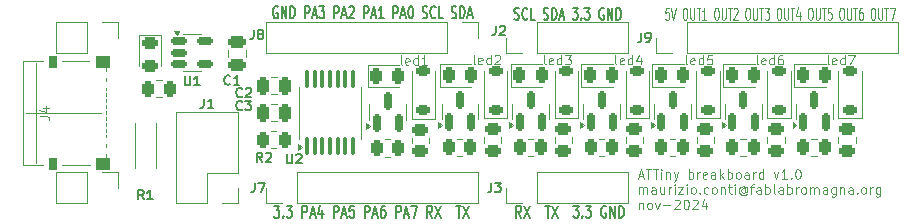
<source format=gbr>
%TF.GenerationSoftware,KiCad,Pcbnew,8.0.6*%
%TF.CreationDate,2024-11-04T18:07:15+01:00*%
%TF.ProjectId,ATtiny3,41547469-6e79-4332-9e6b-696361645f70,rev?*%
%TF.SameCoordinates,Original*%
%TF.FileFunction,Legend,Top*%
%TF.FilePolarity,Positive*%
%FSLAX46Y46*%
G04 Gerber Fmt 4.6, Leading zero omitted, Abs format (unit mm)*
G04 Created by KiCad (PCBNEW 8.0.6) date 2024-11-04 18:07:15*
%MOMM*%
%LPD*%
G01*
G04 APERTURE LIST*
G04 Aperture macros list*
%AMRoundRect*
0 Rectangle with rounded corners*
0 $1 Rounding radius*
0 $2 $3 $4 $5 $6 $7 $8 $9 X,Y pos of 4 corners*
0 Add a 4 corners polygon primitive as box body*
4,1,4,$2,$3,$4,$5,$6,$7,$8,$9,$2,$3,0*
0 Add four circle primitives for the rounded corners*
1,1,$1+$1,$2,$3*
1,1,$1+$1,$4,$5*
1,1,$1+$1,$6,$7*
1,1,$1+$1,$8,$9*
0 Add four rect primitives between the rounded corners*
20,1,$1+$1,$2,$3,$4,$5,0*
20,1,$1+$1,$4,$5,$6,$7,0*
20,1,$1+$1,$6,$7,$8,$9,0*
20,1,$1+$1,$8,$9,$2,$3,0*%
G04 Aperture macros list end*
%ADD10C,0.175000*%
%ADD11C,0.125000*%
%ADD12C,0.100000*%
%ADD13C,0.150000*%
%ADD14C,0.120000*%
%ADD15C,0.020000*%
%ADD16RoundRect,0.250000X-0.262500X-0.450000X0.262500X-0.450000X0.262500X0.450000X-0.262500X0.450000X0*%
%ADD17RoundRect,0.150000X-0.512500X-0.150000X0.512500X-0.150000X0.512500X0.150000X-0.512500X0.150000X0*%
%ADD18R,1.700000X1.700000*%
%ADD19O,1.700000X1.700000*%
%ADD20RoundRect,0.250000X0.250000X0.475000X-0.250000X0.475000X-0.250000X-0.475000X0.250000X-0.475000X0*%
%ADD21RoundRect,0.243750X-0.243750X-0.456250X0.243750X-0.456250X0.243750X0.456250X-0.243750X0.456250X0*%
%ADD22C,0.670000*%
%ADD23R,1.450000X0.250000*%
%ADD24R,1.450000X0.300000*%
%ADD25RoundRect,0.500000X-0.600000X0.000010X-0.600000X-0.000010X0.600000X-0.000010X0.600000X0.000010X0*%
%ADD26RoundRect,0.500000X-0.300000X0.000010X-0.300000X-0.000010X0.300000X-0.000010X0.300000X0.000010X0*%
%ADD27RoundRect,0.150000X0.150000X-0.587500X0.150000X0.587500X-0.150000X0.587500X-0.150000X-0.587500X0*%
%ADD28RoundRect,0.250000X-0.450000X0.262500X-0.450000X-0.262500X0.450000X-0.262500X0.450000X0.262500X0*%
%ADD29RoundRect,0.250000X-0.475000X0.250000X-0.475000X-0.250000X0.475000X-0.250000X0.475000X0.250000X0*%
%ADD30RoundRect,0.250000X0.262500X0.450000X-0.262500X0.450000X-0.262500X-0.450000X0.262500X-0.450000X0*%
%ADD31RoundRect,0.225000X0.375000X-0.225000X0.375000X0.225000X-0.375000X0.225000X-0.375000X-0.225000X0*%
%ADD32RoundRect,0.100000X0.100000X-0.637500X0.100000X0.637500X-0.100000X0.637500X-0.100000X-0.637500X0*%
%ADD33RoundRect,0.243750X-0.456250X0.243750X-0.456250X-0.243750X0.456250X-0.243750X0.456250X0.243750X0*%
%ADD34C,1.400000*%
%ADD35O,1.400000X1.400000*%
G04 APERTURE END LIST*
D10*
X40272464Y-20252138D02*
X40205797Y-20204519D01*
X40205797Y-20204519D02*
X40105797Y-20204519D01*
X40105797Y-20204519D02*
X40005797Y-20252138D01*
X40005797Y-20252138D02*
X39939131Y-20347376D01*
X39939131Y-20347376D02*
X39905797Y-20442614D01*
X39905797Y-20442614D02*
X39872464Y-20633090D01*
X39872464Y-20633090D02*
X39872464Y-20775947D01*
X39872464Y-20775947D02*
X39905797Y-20966423D01*
X39905797Y-20966423D02*
X39939131Y-21061661D01*
X39939131Y-21061661D02*
X40005797Y-21156900D01*
X40005797Y-21156900D02*
X40105797Y-21204519D01*
X40105797Y-21204519D02*
X40172464Y-21204519D01*
X40172464Y-21204519D02*
X40272464Y-21156900D01*
X40272464Y-21156900D02*
X40305797Y-21109280D01*
X40305797Y-21109280D02*
X40305797Y-20775947D01*
X40305797Y-20775947D02*
X40172464Y-20775947D01*
X40605797Y-21204519D02*
X40605797Y-20204519D01*
X40605797Y-20204519D02*
X41005797Y-21204519D01*
X41005797Y-21204519D02*
X41005797Y-20204519D01*
X41339130Y-21204519D02*
X41339130Y-20204519D01*
X41339130Y-20204519D02*
X41505797Y-20204519D01*
X41505797Y-20204519D02*
X41605797Y-20252138D01*
X41605797Y-20252138D02*
X41672464Y-20347376D01*
X41672464Y-20347376D02*
X41705797Y-20442614D01*
X41705797Y-20442614D02*
X41739130Y-20633090D01*
X41739130Y-20633090D02*
X41739130Y-20775947D01*
X41739130Y-20775947D02*
X41705797Y-20966423D01*
X41705797Y-20966423D02*
X41672464Y-21061661D01*
X41672464Y-21061661D02*
X41605797Y-21156900D01*
X41605797Y-21156900D02*
X41505797Y-21204519D01*
X41505797Y-21204519D02*
X41339130Y-21204519D01*
X42572463Y-21204519D02*
X42572463Y-20204519D01*
X42572463Y-20204519D02*
X42839130Y-20204519D01*
X42839130Y-20204519D02*
X42905797Y-20252138D01*
X42905797Y-20252138D02*
X42939130Y-20299757D01*
X42939130Y-20299757D02*
X42972463Y-20394995D01*
X42972463Y-20394995D02*
X42972463Y-20537852D01*
X42972463Y-20537852D02*
X42939130Y-20633090D01*
X42939130Y-20633090D02*
X42905797Y-20680709D01*
X42905797Y-20680709D02*
X42839130Y-20728328D01*
X42839130Y-20728328D02*
X42572463Y-20728328D01*
X43239130Y-20918804D02*
X43572463Y-20918804D01*
X43172463Y-21204519D02*
X43405797Y-20204519D01*
X43405797Y-20204519D02*
X43639130Y-21204519D01*
X43805797Y-20204519D02*
X44239130Y-20204519D01*
X44239130Y-20204519D02*
X44005797Y-20585471D01*
X44005797Y-20585471D02*
X44105797Y-20585471D01*
X44105797Y-20585471D02*
X44172463Y-20633090D01*
X44172463Y-20633090D02*
X44205797Y-20680709D01*
X44205797Y-20680709D02*
X44239130Y-20775947D01*
X44239130Y-20775947D02*
X44239130Y-21014042D01*
X44239130Y-21014042D02*
X44205797Y-21109280D01*
X44205797Y-21109280D02*
X44172463Y-21156900D01*
X44172463Y-21156900D02*
X44105797Y-21204519D01*
X44105797Y-21204519D02*
X43905797Y-21204519D01*
X43905797Y-21204519D02*
X43839130Y-21156900D01*
X43839130Y-21156900D02*
X43805797Y-21109280D01*
X45072463Y-21204519D02*
X45072463Y-20204519D01*
X45072463Y-20204519D02*
X45339130Y-20204519D01*
X45339130Y-20204519D02*
X45405797Y-20252138D01*
X45405797Y-20252138D02*
X45439130Y-20299757D01*
X45439130Y-20299757D02*
X45472463Y-20394995D01*
X45472463Y-20394995D02*
X45472463Y-20537852D01*
X45472463Y-20537852D02*
X45439130Y-20633090D01*
X45439130Y-20633090D02*
X45405797Y-20680709D01*
X45405797Y-20680709D02*
X45339130Y-20728328D01*
X45339130Y-20728328D02*
X45072463Y-20728328D01*
X45739130Y-20918804D02*
X46072463Y-20918804D01*
X45672463Y-21204519D02*
X45905797Y-20204519D01*
X45905797Y-20204519D02*
X46139130Y-21204519D01*
X46339130Y-20299757D02*
X46372463Y-20252138D01*
X46372463Y-20252138D02*
X46439130Y-20204519D01*
X46439130Y-20204519D02*
X46605797Y-20204519D01*
X46605797Y-20204519D02*
X46672463Y-20252138D01*
X46672463Y-20252138D02*
X46705797Y-20299757D01*
X46705797Y-20299757D02*
X46739130Y-20394995D01*
X46739130Y-20394995D02*
X46739130Y-20490233D01*
X46739130Y-20490233D02*
X46705797Y-20633090D01*
X46705797Y-20633090D02*
X46305797Y-21204519D01*
X46305797Y-21204519D02*
X46739130Y-21204519D01*
X47572463Y-21204519D02*
X47572463Y-20204519D01*
X47572463Y-20204519D02*
X47839130Y-20204519D01*
X47839130Y-20204519D02*
X47905797Y-20252138D01*
X47905797Y-20252138D02*
X47939130Y-20299757D01*
X47939130Y-20299757D02*
X47972463Y-20394995D01*
X47972463Y-20394995D02*
X47972463Y-20537852D01*
X47972463Y-20537852D02*
X47939130Y-20633090D01*
X47939130Y-20633090D02*
X47905797Y-20680709D01*
X47905797Y-20680709D02*
X47839130Y-20728328D01*
X47839130Y-20728328D02*
X47572463Y-20728328D01*
X48239130Y-20918804D02*
X48572463Y-20918804D01*
X48172463Y-21204519D02*
X48405797Y-20204519D01*
X48405797Y-20204519D02*
X48639130Y-21204519D01*
X49239130Y-21204519D02*
X48839130Y-21204519D01*
X49039130Y-21204519D02*
X49039130Y-20204519D01*
X49039130Y-20204519D02*
X48972463Y-20347376D01*
X48972463Y-20347376D02*
X48905797Y-20442614D01*
X48905797Y-20442614D02*
X48839130Y-20490233D01*
X50072463Y-21204519D02*
X50072463Y-20204519D01*
X50072463Y-20204519D02*
X50339130Y-20204519D01*
X50339130Y-20204519D02*
X50405797Y-20252138D01*
X50405797Y-20252138D02*
X50439130Y-20299757D01*
X50439130Y-20299757D02*
X50472463Y-20394995D01*
X50472463Y-20394995D02*
X50472463Y-20537852D01*
X50472463Y-20537852D02*
X50439130Y-20633090D01*
X50439130Y-20633090D02*
X50405797Y-20680709D01*
X50405797Y-20680709D02*
X50339130Y-20728328D01*
X50339130Y-20728328D02*
X50072463Y-20728328D01*
X50739130Y-20918804D02*
X51072463Y-20918804D01*
X50672463Y-21204519D02*
X50905797Y-20204519D01*
X50905797Y-20204519D02*
X51139130Y-21204519D01*
X51505797Y-20204519D02*
X51572463Y-20204519D01*
X51572463Y-20204519D02*
X51639130Y-20252138D01*
X51639130Y-20252138D02*
X51672463Y-20299757D01*
X51672463Y-20299757D02*
X51705797Y-20394995D01*
X51705797Y-20394995D02*
X51739130Y-20585471D01*
X51739130Y-20585471D02*
X51739130Y-20823566D01*
X51739130Y-20823566D02*
X51705797Y-21014042D01*
X51705797Y-21014042D02*
X51672463Y-21109280D01*
X51672463Y-21109280D02*
X51639130Y-21156900D01*
X51639130Y-21156900D02*
X51572463Y-21204519D01*
X51572463Y-21204519D02*
X51505797Y-21204519D01*
X51505797Y-21204519D02*
X51439130Y-21156900D01*
X51439130Y-21156900D02*
X51405797Y-21109280D01*
X51405797Y-21109280D02*
X51372463Y-21014042D01*
X51372463Y-21014042D02*
X51339130Y-20823566D01*
X51339130Y-20823566D02*
X51339130Y-20585471D01*
X51339130Y-20585471D02*
X51372463Y-20394995D01*
X51372463Y-20394995D02*
X51405797Y-20299757D01*
X51405797Y-20299757D02*
X51439130Y-20252138D01*
X51439130Y-20252138D02*
X51505797Y-20204519D01*
X52539130Y-21156900D02*
X52639130Y-21204519D01*
X52639130Y-21204519D02*
X52805797Y-21204519D01*
X52805797Y-21204519D02*
X52872463Y-21156900D01*
X52872463Y-21156900D02*
X52905797Y-21109280D01*
X52905797Y-21109280D02*
X52939130Y-21014042D01*
X52939130Y-21014042D02*
X52939130Y-20918804D01*
X52939130Y-20918804D02*
X52905797Y-20823566D01*
X52905797Y-20823566D02*
X52872463Y-20775947D01*
X52872463Y-20775947D02*
X52805797Y-20728328D01*
X52805797Y-20728328D02*
X52672463Y-20680709D01*
X52672463Y-20680709D02*
X52605797Y-20633090D01*
X52605797Y-20633090D02*
X52572463Y-20585471D01*
X52572463Y-20585471D02*
X52539130Y-20490233D01*
X52539130Y-20490233D02*
X52539130Y-20394995D01*
X52539130Y-20394995D02*
X52572463Y-20299757D01*
X52572463Y-20299757D02*
X52605797Y-20252138D01*
X52605797Y-20252138D02*
X52672463Y-20204519D01*
X52672463Y-20204519D02*
X52839130Y-20204519D01*
X52839130Y-20204519D02*
X52939130Y-20252138D01*
X53639130Y-21109280D02*
X53605797Y-21156900D01*
X53605797Y-21156900D02*
X53505797Y-21204519D01*
X53505797Y-21204519D02*
X53439130Y-21204519D01*
X53439130Y-21204519D02*
X53339130Y-21156900D01*
X53339130Y-21156900D02*
X53272464Y-21061661D01*
X53272464Y-21061661D02*
X53239130Y-20966423D01*
X53239130Y-20966423D02*
X53205797Y-20775947D01*
X53205797Y-20775947D02*
X53205797Y-20633090D01*
X53205797Y-20633090D02*
X53239130Y-20442614D01*
X53239130Y-20442614D02*
X53272464Y-20347376D01*
X53272464Y-20347376D02*
X53339130Y-20252138D01*
X53339130Y-20252138D02*
X53439130Y-20204519D01*
X53439130Y-20204519D02*
X53505797Y-20204519D01*
X53505797Y-20204519D02*
X53605797Y-20252138D01*
X53605797Y-20252138D02*
X53639130Y-20299757D01*
X54272464Y-21204519D02*
X53939130Y-21204519D01*
X53939130Y-21204519D02*
X53939130Y-20204519D01*
X55005797Y-21156900D02*
X55105797Y-21204519D01*
X55105797Y-21204519D02*
X55272464Y-21204519D01*
X55272464Y-21204519D02*
X55339130Y-21156900D01*
X55339130Y-21156900D02*
X55372464Y-21109280D01*
X55372464Y-21109280D02*
X55405797Y-21014042D01*
X55405797Y-21014042D02*
X55405797Y-20918804D01*
X55405797Y-20918804D02*
X55372464Y-20823566D01*
X55372464Y-20823566D02*
X55339130Y-20775947D01*
X55339130Y-20775947D02*
X55272464Y-20728328D01*
X55272464Y-20728328D02*
X55139130Y-20680709D01*
X55139130Y-20680709D02*
X55072464Y-20633090D01*
X55072464Y-20633090D02*
X55039130Y-20585471D01*
X55039130Y-20585471D02*
X55005797Y-20490233D01*
X55005797Y-20490233D02*
X55005797Y-20394995D01*
X55005797Y-20394995D02*
X55039130Y-20299757D01*
X55039130Y-20299757D02*
X55072464Y-20252138D01*
X55072464Y-20252138D02*
X55139130Y-20204519D01*
X55139130Y-20204519D02*
X55305797Y-20204519D01*
X55305797Y-20204519D02*
X55405797Y-20252138D01*
X55705797Y-21204519D02*
X55705797Y-20204519D01*
X55705797Y-20204519D02*
X55872464Y-20204519D01*
X55872464Y-20204519D02*
X55972464Y-20252138D01*
X55972464Y-20252138D02*
X56039131Y-20347376D01*
X56039131Y-20347376D02*
X56072464Y-20442614D01*
X56072464Y-20442614D02*
X56105797Y-20633090D01*
X56105797Y-20633090D02*
X56105797Y-20775947D01*
X56105797Y-20775947D02*
X56072464Y-20966423D01*
X56072464Y-20966423D02*
X56039131Y-21061661D01*
X56039131Y-21061661D02*
X55972464Y-21156900D01*
X55972464Y-21156900D02*
X55872464Y-21204519D01*
X55872464Y-21204519D02*
X55705797Y-21204519D01*
X56372464Y-20918804D02*
X56705797Y-20918804D01*
X56305797Y-21204519D02*
X56539131Y-20204519D01*
X56539131Y-20204519D02*
X56772464Y-21204519D01*
X60904083Y-38095519D02*
X60660750Y-37619328D01*
X60486940Y-38095519D02*
X60486940Y-37095519D01*
X60486940Y-37095519D02*
X60765035Y-37095519D01*
X60765035Y-37095519D02*
X60834559Y-37143138D01*
X60834559Y-37143138D02*
X60869321Y-37190757D01*
X60869321Y-37190757D02*
X60904083Y-37285995D01*
X60904083Y-37285995D02*
X60904083Y-37428852D01*
X60904083Y-37428852D02*
X60869321Y-37524090D01*
X60869321Y-37524090D02*
X60834559Y-37571709D01*
X60834559Y-37571709D02*
X60765035Y-37619328D01*
X60765035Y-37619328D02*
X60486940Y-37619328D01*
X61147416Y-37095519D02*
X61634083Y-38095519D01*
X61634083Y-37095519D02*
X61147416Y-38095519D01*
X62920272Y-37095519D02*
X63337415Y-37095519D01*
X63128844Y-38095519D02*
X63128844Y-37095519D01*
X63511224Y-37095519D02*
X63997891Y-38095519D01*
X63997891Y-37095519D02*
X63511224Y-38095519D01*
X65318842Y-37095519D02*
X65770747Y-37095519D01*
X65770747Y-37095519D02*
X65527414Y-37476471D01*
X65527414Y-37476471D02*
X65631699Y-37476471D01*
X65631699Y-37476471D02*
X65701223Y-37524090D01*
X65701223Y-37524090D02*
X65735985Y-37571709D01*
X65735985Y-37571709D02*
X65770747Y-37666947D01*
X65770747Y-37666947D02*
X65770747Y-37905042D01*
X65770747Y-37905042D02*
X65735985Y-38000280D01*
X65735985Y-38000280D02*
X65701223Y-38047900D01*
X65701223Y-38047900D02*
X65631699Y-38095519D01*
X65631699Y-38095519D02*
X65423128Y-38095519D01*
X65423128Y-38095519D02*
X65353604Y-38047900D01*
X65353604Y-38047900D02*
X65318842Y-38000280D01*
X66083604Y-38000280D02*
X66118366Y-38047900D01*
X66118366Y-38047900D02*
X66083604Y-38095519D01*
X66083604Y-38095519D02*
X66048842Y-38047900D01*
X66048842Y-38047900D02*
X66083604Y-38000280D01*
X66083604Y-38000280D02*
X66083604Y-38095519D01*
X66361699Y-37095519D02*
X66813604Y-37095519D01*
X66813604Y-37095519D02*
X66570271Y-37476471D01*
X66570271Y-37476471D02*
X66674556Y-37476471D01*
X66674556Y-37476471D02*
X66744080Y-37524090D01*
X66744080Y-37524090D02*
X66778842Y-37571709D01*
X66778842Y-37571709D02*
X66813604Y-37666947D01*
X66813604Y-37666947D02*
X66813604Y-37905042D01*
X66813604Y-37905042D02*
X66778842Y-38000280D01*
X66778842Y-38000280D02*
X66744080Y-38047900D01*
X66744080Y-38047900D02*
X66674556Y-38095519D01*
X66674556Y-38095519D02*
X66465985Y-38095519D01*
X66465985Y-38095519D02*
X66396461Y-38047900D01*
X66396461Y-38047900D02*
X66361699Y-38000280D01*
X68065032Y-37143138D02*
X67995508Y-37095519D01*
X67995508Y-37095519D02*
X67891222Y-37095519D01*
X67891222Y-37095519D02*
X67786937Y-37143138D01*
X67786937Y-37143138D02*
X67717413Y-37238376D01*
X67717413Y-37238376D02*
X67682651Y-37333614D01*
X67682651Y-37333614D02*
X67647889Y-37524090D01*
X67647889Y-37524090D02*
X67647889Y-37666947D01*
X67647889Y-37666947D02*
X67682651Y-37857423D01*
X67682651Y-37857423D02*
X67717413Y-37952661D01*
X67717413Y-37952661D02*
X67786937Y-38047900D01*
X67786937Y-38047900D02*
X67891222Y-38095519D01*
X67891222Y-38095519D02*
X67960746Y-38095519D01*
X67960746Y-38095519D02*
X68065032Y-38047900D01*
X68065032Y-38047900D02*
X68099794Y-38000280D01*
X68099794Y-38000280D02*
X68099794Y-37666947D01*
X68099794Y-37666947D02*
X67960746Y-37666947D01*
X68412651Y-38095519D02*
X68412651Y-37095519D01*
X68412651Y-37095519D02*
X68829794Y-38095519D01*
X68829794Y-38095519D02*
X68829794Y-37095519D01*
X69177413Y-38095519D02*
X69177413Y-37095519D01*
X69177413Y-37095519D02*
X69351223Y-37095519D01*
X69351223Y-37095519D02*
X69455508Y-37143138D01*
X69455508Y-37143138D02*
X69525032Y-37238376D01*
X69525032Y-37238376D02*
X69559794Y-37333614D01*
X69559794Y-37333614D02*
X69594556Y-37524090D01*
X69594556Y-37524090D02*
X69594556Y-37666947D01*
X69594556Y-37666947D02*
X69559794Y-37857423D01*
X69559794Y-37857423D02*
X69525032Y-37952661D01*
X69525032Y-37952661D02*
X69455508Y-38047900D01*
X69455508Y-38047900D02*
X69351223Y-38095519D01*
X69351223Y-38095519D02*
X69177413Y-38095519D01*
X60319464Y-21283900D02*
X60419464Y-21331519D01*
X60419464Y-21331519D02*
X60586131Y-21331519D01*
X60586131Y-21331519D02*
X60652797Y-21283900D01*
X60652797Y-21283900D02*
X60686131Y-21236280D01*
X60686131Y-21236280D02*
X60719464Y-21141042D01*
X60719464Y-21141042D02*
X60719464Y-21045804D01*
X60719464Y-21045804D02*
X60686131Y-20950566D01*
X60686131Y-20950566D02*
X60652797Y-20902947D01*
X60652797Y-20902947D02*
X60586131Y-20855328D01*
X60586131Y-20855328D02*
X60452797Y-20807709D01*
X60452797Y-20807709D02*
X60386131Y-20760090D01*
X60386131Y-20760090D02*
X60352797Y-20712471D01*
X60352797Y-20712471D02*
X60319464Y-20617233D01*
X60319464Y-20617233D02*
X60319464Y-20521995D01*
X60319464Y-20521995D02*
X60352797Y-20426757D01*
X60352797Y-20426757D02*
X60386131Y-20379138D01*
X60386131Y-20379138D02*
X60452797Y-20331519D01*
X60452797Y-20331519D02*
X60619464Y-20331519D01*
X60619464Y-20331519D02*
X60719464Y-20379138D01*
X61419464Y-21236280D02*
X61386131Y-21283900D01*
X61386131Y-21283900D02*
X61286131Y-21331519D01*
X61286131Y-21331519D02*
X61219464Y-21331519D01*
X61219464Y-21331519D02*
X61119464Y-21283900D01*
X61119464Y-21283900D02*
X61052798Y-21188661D01*
X61052798Y-21188661D02*
X61019464Y-21093423D01*
X61019464Y-21093423D02*
X60986131Y-20902947D01*
X60986131Y-20902947D02*
X60986131Y-20760090D01*
X60986131Y-20760090D02*
X61019464Y-20569614D01*
X61019464Y-20569614D02*
X61052798Y-20474376D01*
X61052798Y-20474376D02*
X61119464Y-20379138D01*
X61119464Y-20379138D02*
X61219464Y-20331519D01*
X61219464Y-20331519D02*
X61286131Y-20331519D01*
X61286131Y-20331519D02*
X61386131Y-20379138D01*
X61386131Y-20379138D02*
X61419464Y-20426757D01*
X62052798Y-21331519D02*
X61719464Y-21331519D01*
X61719464Y-21331519D02*
X61719464Y-20331519D01*
X62786131Y-21283900D02*
X62886131Y-21331519D01*
X62886131Y-21331519D02*
X63052798Y-21331519D01*
X63052798Y-21331519D02*
X63119464Y-21283900D01*
X63119464Y-21283900D02*
X63152798Y-21236280D01*
X63152798Y-21236280D02*
X63186131Y-21141042D01*
X63186131Y-21141042D02*
X63186131Y-21045804D01*
X63186131Y-21045804D02*
X63152798Y-20950566D01*
X63152798Y-20950566D02*
X63119464Y-20902947D01*
X63119464Y-20902947D02*
X63052798Y-20855328D01*
X63052798Y-20855328D02*
X62919464Y-20807709D01*
X62919464Y-20807709D02*
X62852798Y-20760090D01*
X62852798Y-20760090D02*
X62819464Y-20712471D01*
X62819464Y-20712471D02*
X62786131Y-20617233D01*
X62786131Y-20617233D02*
X62786131Y-20521995D01*
X62786131Y-20521995D02*
X62819464Y-20426757D01*
X62819464Y-20426757D02*
X62852798Y-20379138D01*
X62852798Y-20379138D02*
X62919464Y-20331519D01*
X62919464Y-20331519D02*
X63086131Y-20331519D01*
X63086131Y-20331519D02*
X63186131Y-20379138D01*
X63486131Y-21331519D02*
X63486131Y-20331519D01*
X63486131Y-20331519D02*
X63652798Y-20331519D01*
X63652798Y-20331519D02*
X63752798Y-20379138D01*
X63752798Y-20379138D02*
X63819465Y-20474376D01*
X63819465Y-20474376D02*
X63852798Y-20569614D01*
X63852798Y-20569614D02*
X63886131Y-20760090D01*
X63886131Y-20760090D02*
X63886131Y-20902947D01*
X63886131Y-20902947D02*
X63852798Y-21093423D01*
X63852798Y-21093423D02*
X63819465Y-21188661D01*
X63819465Y-21188661D02*
X63752798Y-21283900D01*
X63752798Y-21283900D02*
X63652798Y-21331519D01*
X63652798Y-21331519D02*
X63486131Y-21331519D01*
X64152798Y-21045804D02*
X64486131Y-21045804D01*
X64086131Y-21331519D02*
X64319465Y-20331519D01*
X64319465Y-20331519D02*
X64552798Y-21331519D01*
X65252798Y-20331519D02*
X65686131Y-20331519D01*
X65686131Y-20331519D02*
X65452798Y-20712471D01*
X65452798Y-20712471D02*
X65552798Y-20712471D01*
X65552798Y-20712471D02*
X65619464Y-20760090D01*
X65619464Y-20760090D02*
X65652798Y-20807709D01*
X65652798Y-20807709D02*
X65686131Y-20902947D01*
X65686131Y-20902947D02*
X65686131Y-21141042D01*
X65686131Y-21141042D02*
X65652798Y-21236280D01*
X65652798Y-21236280D02*
X65619464Y-21283900D01*
X65619464Y-21283900D02*
X65552798Y-21331519D01*
X65552798Y-21331519D02*
X65352798Y-21331519D01*
X65352798Y-21331519D02*
X65286131Y-21283900D01*
X65286131Y-21283900D02*
X65252798Y-21236280D01*
X65986131Y-21236280D02*
X66019465Y-21283900D01*
X66019465Y-21283900D02*
X65986131Y-21331519D01*
X65986131Y-21331519D02*
X65952798Y-21283900D01*
X65952798Y-21283900D02*
X65986131Y-21236280D01*
X65986131Y-21236280D02*
X65986131Y-21331519D01*
X66252798Y-20331519D02*
X66686131Y-20331519D01*
X66686131Y-20331519D02*
X66452798Y-20712471D01*
X66452798Y-20712471D02*
X66552798Y-20712471D01*
X66552798Y-20712471D02*
X66619464Y-20760090D01*
X66619464Y-20760090D02*
X66652798Y-20807709D01*
X66652798Y-20807709D02*
X66686131Y-20902947D01*
X66686131Y-20902947D02*
X66686131Y-21141042D01*
X66686131Y-21141042D02*
X66652798Y-21236280D01*
X66652798Y-21236280D02*
X66619464Y-21283900D01*
X66619464Y-21283900D02*
X66552798Y-21331519D01*
X66552798Y-21331519D02*
X66352798Y-21331519D01*
X66352798Y-21331519D02*
X66286131Y-21283900D01*
X66286131Y-21283900D02*
X66252798Y-21236280D01*
X67886131Y-20379138D02*
X67819464Y-20331519D01*
X67819464Y-20331519D02*
X67719464Y-20331519D01*
X67719464Y-20331519D02*
X67619464Y-20379138D01*
X67619464Y-20379138D02*
X67552798Y-20474376D01*
X67552798Y-20474376D02*
X67519464Y-20569614D01*
X67519464Y-20569614D02*
X67486131Y-20760090D01*
X67486131Y-20760090D02*
X67486131Y-20902947D01*
X67486131Y-20902947D02*
X67519464Y-21093423D01*
X67519464Y-21093423D02*
X67552798Y-21188661D01*
X67552798Y-21188661D02*
X67619464Y-21283900D01*
X67619464Y-21283900D02*
X67719464Y-21331519D01*
X67719464Y-21331519D02*
X67786131Y-21331519D01*
X67786131Y-21331519D02*
X67886131Y-21283900D01*
X67886131Y-21283900D02*
X67919464Y-21236280D01*
X67919464Y-21236280D02*
X67919464Y-20902947D01*
X67919464Y-20902947D02*
X67786131Y-20902947D01*
X68219464Y-21331519D02*
X68219464Y-20331519D01*
X68219464Y-20331519D02*
X68619464Y-21331519D01*
X68619464Y-21331519D02*
X68619464Y-20331519D01*
X68952797Y-21331519D02*
X68952797Y-20331519D01*
X68952797Y-20331519D02*
X69119464Y-20331519D01*
X69119464Y-20331519D02*
X69219464Y-20379138D01*
X69219464Y-20379138D02*
X69286131Y-20474376D01*
X69286131Y-20474376D02*
X69319464Y-20569614D01*
X69319464Y-20569614D02*
X69352797Y-20760090D01*
X69352797Y-20760090D02*
X69352797Y-20902947D01*
X69352797Y-20902947D02*
X69319464Y-21093423D01*
X69319464Y-21093423D02*
X69286131Y-21188661D01*
X69286131Y-21188661D02*
X69219464Y-21283900D01*
X69219464Y-21283900D02*
X69119464Y-21331519D01*
X69119464Y-21331519D02*
X68952797Y-21331519D01*
D11*
X73394521Y-20334119D02*
X73118331Y-20334119D01*
X73118331Y-20334119D02*
X73090712Y-20810309D01*
X73090712Y-20810309D02*
X73118331Y-20762690D01*
X73118331Y-20762690D02*
X73173569Y-20715071D01*
X73173569Y-20715071D02*
X73311664Y-20715071D01*
X73311664Y-20715071D02*
X73366902Y-20762690D01*
X73366902Y-20762690D02*
X73394521Y-20810309D01*
X73394521Y-20810309D02*
X73422140Y-20905547D01*
X73422140Y-20905547D02*
X73422140Y-21143642D01*
X73422140Y-21143642D02*
X73394521Y-21238880D01*
X73394521Y-21238880D02*
X73366902Y-21286500D01*
X73366902Y-21286500D02*
X73311664Y-21334119D01*
X73311664Y-21334119D02*
X73173569Y-21334119D01*
X73173569Y-21334119D02*
X73118331Y-21286500D01*
X73118331Y-21286500D02*
X73090712Y-21238880D01*
X73587855Y-20334119D02*
X73781188Y-21334119D01*
X73781188Y-21334119D02*
X73974521Y-20334119D01*
X74720236Y-20334119D02*
X74830712Y-20334119D01*
X74830712Y-20334119D02*
X74885950Y-20381738D01*
X74885950Y-20381738D02*
X74941188Y-20476976D01*
X74941188Y-20476976D02*
X74968807Y-20667452D01*
X74968807Y-20667452D02*
X74968807Y-21000785D01*
X74968807Y-21000785D02*
X74941188Y-21191261D01*
X74941188Y-21191261D02*
X74885950Y-21286500D01*
X74885950Y-21286500D02*
X74830712Y-21334119D01*
X74830712Y-21334119D02*
X74720236Y-21334119D01*
X74720236Y-21334119D02*
X74664998Y-21286500D01*
X74664998Y-21286500D02*
X74609760Y-21191261D01*
X74609760Y-21191261D02*
X74582141Y-21000785D01*
X74582141Y-21000785D02*
X74582141Y-20667452D01*
X74582141Y-20667452D02*
X74609760Y-20476976D01*
X74609760Y-20476976D02*
X74664998Y-20381738D01*
X74664998Y-20381738D02*
X74720236Y-20334119D01*
X75217379Y-20334119D02*
X75217379Y-21143642D01*
X75217379Y-21143642D02*
X75244998Y-21238880D01*
X75244998Y-21238880D02*
X75272617Y-21286500D01*
X75272617Y-21286500D02*
X75327855Y-21334119D01*
X75327855Y-21334119D02*
X75438331Y-21334119D01*
X75438331Y-21334119D02*
X75493569Y-21286500D01*
X75493569Y-21286500D02*
X75521188Y-21238880D01*
X75521188Y-21238880D02*
X75548807Y-21143642D01*
X75548807Y-21143642D02*
X75548807Y-20334119D01*
X75742141Y-20334119D02*
X76073569Y-20334119D01*
X75907855Y-21334119D02*
X75907855Y-20334119D01*
X76570712Y-21334119D02*
X76239284Y-21334119D01*
X76404998Y-21334119D02*
X76404998Y-20334119D01*
X76404998Y-20334119D02*
X76349760Y-20476976D01*
X76349760Y-20476976D02*
X76294522Y-20572214D01*
X76294522Y-20572214D02*
X76239284Y-20619833D01*
X77371665Y-20334119D02*
X77482141Y-20334119D01*
X77482141Y-20334119D02*
X77537379Y-20381738D01*
X77537379Y-20381738D02*
X77592617Y-20476976D01*
X77592617Y-20476976D02*
X77620236Y-20667452D01*
X77620236Y-20667452D02*
X77620236Y-21000785D01*
X77620236Y-21000785D02*
X77592617Y-21191261D01*
X77592617Y-21191261D02*
X77537379Y-21286500D01*
X77537379Y-21286500D02*
X77482141Y-21334119D01*
X77482141Y-21334119D02*
X77371665Y-21334119D01*
X77371665Y-21334119D02*
X77316427Y-21286500D01*
X77316427Y-21286500D02*
X77261189Y-21191261D01*
X77261189Y-21191261D02*
X77233570Y-21000785D01*
X77233570Y-21000785D02*
X77233570Y-20667452D01*
X77233570Y-20667452D02*
X77261189Y-20476976D01*
X77261189Y-20476976D02*
X77316427Y-20381738D01*
X77316427Y-20381738D02*
X77371665Y-20334119D01*
X77868808Y-20334119D02*
X77868808Y-21143642D01*
X77868808Y-21143642D02*
X77896427Y-21238880D01*
X77896427Y-21238880D02*
X77924046Y-21286500D01*
X77924046Y-21286500D02*
X77979284Y-21334119D01*
X77979284Y-21334119D02*
X78089760Y-21334119D01*
X78089760Y-21334119D02*
X78144998Y-21286500D01*
X78144998Y-21286500D02*
X78172617Y-21238880D01*
X78172617Y-21238880D02*
X78200236Y-21143642D01*
X78200236Y-21143642D02*
X78200236Y-20334119D01*
X78393570Y-20334119D02*
X78724998Y-20334119D01*
X78559284Y-21334119D02*
X78559284Y-20334119D01*
X78890713Y-20429357D02*
X78918332Y-20381738D01*
X78918332Y-20381738D02*
X78973570Y-20334119D01*
X78973570Y-20334119D02*
X79111665Y-20334119D01*
X79111665Y-20334119D02*
X79166903Y-20381738D01*
X79166903Y-20381738D02*
X79194522Y-20429357D01*
X79194522Y-20429357D02*
X79222141Y-20524595D01*
X79222141Y-20524595D02*
X79222141Y-20619833D01*
X79222141Y-20619833D02*
X79194522Y-20762690D01*
X79194522Y-20762690D02*
X78863094Y-21334119D01*
X78863094Y-21334119D02*
X79222141Y-21334119D01*
X80023094Y-20334119D02*
X80133570Y-20334119D01*
X80133570Y-20334119D02*
X80188808Y-20381738D01*
X80188808Y-20381738D02*
X80244046Y-20476976D01*
X80244046Y-20476976D02*
X80271665Y-20667452D01*
X80271665Y-20667452D02*
X80271665Y-21000785D01*
X80271665Y-21000785D02*
X80244046Y-21191261D01*
X80244046Y-21191261D02*
X80188808Y-21286500D01*
X80188808Y-21286500D02*
X80133570Y-21334119D01*
X80133570Y-21334119D02*
X80023094Y-21334119D01*
X80023094Y-21334119D02*
X79967856Y-21286500D01*
X79967856Y-21286500D02*
X79912618Y-21191261D01*
X79912618Y-21191261D02*
X79884999Y-21000785D01*
X79884999Y-21000785D02*
X79884999Y-20667452D01*
X79884999Y-20667452D02*
X79912618Y-20476976D01*
X79912618Y-20476976D02*
X79967856Y-20381738D01*
X79967856Y-20381738D02*
X80023094Y-20334119D01*
X80520237Y-20334119D02*
X80520237Y-21143642D01*
X80520237Y-21143642D02*
X80547856Y-21238880D01*
X80547856Y-21238880D02*
X80575475Y-21286500D01*
X80575475Y-21286500D02*
X80630713Y-21334119D01*
X80630713Y-21334119D02*
X80741189Y-21334119D01*
X80741189Y-21334119D02*
X80796427Y-21286500D01*
X80796427Y-21286500D02*
X80824046Y-21238880D01*
X80824046Y-21238880D02*
X80851665Y-21143642D01*
X80851665Y-21143642D02*
X80851665Y-20334119D01*
X81044999Y-20334119D02*
X81376427Y-20334119D01*
X81210713Y-21334119D02*
X81210713Y-20334119D01*
X81514523Y-20334119D02*
X81873570Y-20334119D01*
X81873570Y-20334119D02*
X81680237Y-20715071D01*
X81680237Y-20715071D02*
X81763094Y-20715071D01*
X81763094Y-20715071D02*
X81818332Y-20762690D01*
X81818332Y-20762690D02*
X81845951Y-20810309D01*
X81845951Y-20810309D02*
X81873570Y-20905547D01*
X81873570Y-20905547D02*
X81873570Y-21143642D01*
X81873570Y-21143642D02*
X81845951Y-21238880D01*
X81845951Y-21238880D02*
X81818332Y-21286500D01*
X81818332Y-21286500D02*
X81763094Y-21334119D01*
X81763094Y-21334119D02*
X81597380Y-21334119D01*
X81597380Y-21334119D02*
X81542142Y-21286500D01*
X81542142Y-21286500D02*
X81514523Y-21238880D01*
X82674523Y-20334119D02*
X82784999Y-20334119D01*
X82784999Y-20334119D02*
X82840237Y-20381738D01*
X82840237Y-20381738D02*
X82895475Y-20476976D01*
X82895475Y-20476976D02*
X82923094Y-20667452D01*
X82923094Y-20667452D02*
X82923094Y-21000785D01*
X82923094Y-21000785D02*
X82895475Y-21191261D01*
X82895475Y-21191261D02*
X82840237Y-21286500D01*
X82840237Y-21286500D02*
X82784999Y-21334119D01*
X82784999Y-21334119D02*
X82674523Y-21334119D01*
X82674523Y-21334119D02*
X82619285Y-21286500D01*
X82619285Y-21286500D02*
X82564047Y-21191261D01*
X82564047Y-21191261D02*
X82536428Y-21000785D01*
X82536428Y-21000785D02*
X82536428Y-20667452D01*
X82536428Y-20667452D02*
X82564047Y-20476976D01*
X82564047Y-20476976D02*
X82619285Y-20381738D01*
X82619285Y-20381738D02*
X82674523Y-20334119D01*
X83171666Y-20334119D02*
X83171666Y-21143642D01*
X83171666Y-21143642D02*
X83199285Y-21238880D01*
X83199285Y-21238880D02*
X83226904Y-21286500D01*
X83226904Y-21286500D02*
X83282142Y-21334119D01*
X83282142Y-21334119D02*
X83392618Y-21334119D01*
X83392618Y-21334119D02*
X83447856Y-21286500D01*
X83447856Y-21286500D02*
X83475475Y-21238880D01*
X83475475Y-21238880D02*
X83503094Y-21143642D01*
X83503094Y-21143642D02*
X83503094Y-20334119D01*
X83696428Y-20334119D02*
X84027856Y-20334119D01*
X83862142Y-21334119D02*
X83862142Y-20334119D01*
X84469761Y-20667452D02*
X84469761Y-21334119D01*
X84331666Y-20286500D02*
X84193571Y-21000785D01*
X84193571Y-21000785D02*
X84552618Y-21000785D01*
X85325952Y-20334119D02*
X85436428Y-20334119D01*
X85436428Y-20334119D02*
X85491666Y-20381738D01*
X85491666Y-20381738D02*
X85546904Y-20476976D01*
X85546904Y-20476976D02*
X85574523Y-20667452D01*
X85574523Y-20667452D02*
X85574523Y-21000785D01*
X85574523Y-21000785D02*
X85546904Y-21191261D01*
X85546904Y-21191261D02*
X85491666Y-21286500D01*
X85491666Y-21286500D02*
X85436428Y-21334119D01*
X85436428Y-21334119D02*
X85325952Y-21334119D01*
X85325952Y-21334119D02*
X85270714Y-21286500D01*
X85270714Y-21286500D02*
X85215476Y-21191261D01*
X85215476Y-21191261D02*
X85187857Y-21000785D01*
X85187857Y-21000785D02*
X85187857Y-20667452D01*
X85187857Y-20667452D02*
X85215476Y-20476976D01*
X85215476Y-20476976D02*
X85270714Y-20381738D01*
X85270714Y-20381738D02*
X85325952Y-20334119D01*
X85823095Y-20334119D02*
X85823095Y-21143642D01*
X85823095Y-21143642D02*
X85850714Y-21238880D01*
X85850714Y-21238880D02*
X85878333Y-21286500D01*
X85878333Y-21286500D02*
X85933571Y-21334119D01*
X85933571Y-21334119D02*
X86044047Y-21334119D01*
X86044047Y-21334119D02*
X86099285Y-21286500D01*
X86099285Y-21286500D02*
X86126904Y-21238880D01*
X86126904Y-21238880D02*
X86154523Y-21143642D01*
X86154523Y-21143642D02*
X86154523Y-20334119D01*
X86347857Y-20334119D02*
X86679285Y-20334119D01*
X86513571Y-21334119D02*
X86513571Y-20334119D01*
X87148809Y-20334119D02*
X86872619Y-20334119D01*
X86872619Y-20334119D02*
X86845000Y-20810309D01*
X86845000Y-20810309D02*
X86872619Y-20762690D01*
X86872619Y-20762690D02*
X86927857Y-20715071D01*
X86927857Y-20715071D02*
X87065952Y-20715071D01*
X87065952Y-20715071D02*
X87121190Y-20762690D01*
X87121190Y-20762690D02*
X87148809Y-20810309D01*
X87148809Y-20810309D02*
X87176428Y-20905547D01*
X87176428Y-20905547D02*
X87176428Y-21143642D01*
X87176428Y-21143642D02*
X87148809Y-21238880D01*
X87148809Y-21238880D02*
X87121190Y-21286500D01*
X87121190Y-21286500D02*
X87065952Y-21334119D01*
X87065952Y-21334119D02*
X86927857Y-21334119D01*
X86927857Y-21334119D02*
X86872619Y-21286500D01*
X86872619Y-21286500D02*
X86845000Y-21238880D01*
X87977381Y-20334119D02*
X88087857Y-20334119D01*
X88087857Y-20334119D02*
X88143095Y-20381738D01*
X88143095Y-20381738D02*
X88198333Y-20476976D01*
X88198333Y-20476976D02*
X88225952Y-20667452D01*
X88225952Y-20667452D02*
X88225952Y-21000785D01*
X88225952Y-21000785D02*
X88198333Y-21191261D01*
X88198333Y-21191261D02*
X88143095Y-21286500D01*
X88143095Y-21286500D02*
X88087857Y-21334119D01*
X88087857Y-21334119D02*
X87977381Y-21334119D01*
X87977381Y-21334119D02*
X87922143Y-21286500D01*
X87922143Y-21286500D02*
X87866905Y-21191261D01*
X87866905Y-21191261D02*
X87839286Y-21000785D01*
X87839286Y-21000785D02*
X87839286Y-20667452D01*
X87839286Y-20667452D02*
X87866905Y-20476976D01*
X87866905Y-20476976D02*
X87922143Y-20381738D01*
X87922143Y-20381738D02*
X87977381Y-20334119D01*
X88474524Y-20334119D02*
X88474524Y-21143642D01*
X88474524Y-21143642D02*
X88502143Y-21238880D01*
X88502143Y-21238880D02*
X88529762Y-21286500D01*
X88529762Y-21286500D02*
X88585000Y-21334119D01*
X88585000Y-21334119D02*
X88695476Y-21334119D01*
X88695476Y-21334119D02*
X88750714Y-21286500D01*
X88750714Y-21286500D02*
X88778333Y-21238880D01*
X88778333Y-21238880D02*
X88805952Y-21143642D01*
X88805952Y-21143642D02*
X88805952Y-20334119D01*
X88999286Y-20334119D02*
X89330714Y-20334119D01*
X89165000Y-21334119D02*
X89165000Y-20334119D01*
X89772619Y-20334119D02*
X89662143Y-20334119D01*
X89662143Y-20334119D02*
X89606905Y-20381738D01*
X89606905Y-20381738D02*
X89579286Y-20429357D01*
X89579286Y-20429357D02*
X89524048Y-20572214D01*
X89524048Y-20572214D02*
X89496429Y-20762690D01*
X89496429Y-20762690D02*
X89496429Y-21143642D01*
X89496429Y-21143642D02*
X89524048Y-21238880D01*
X89524048Y-21238880D02*
X89551667Y-21286500D01*
X89551667Y-21286500D02*
X89606905Y-21334119D01*
X89606905Y-21334119D02*
X89717381Y-21334119D01*
X89717381Y-21334119D02*
X89772619Y-21286500D01*
X89772619Y-21286500D02*
X89800238Y-21238880D01*
X89800238Y-21238880D02*
X89827857Y-21143642D01*
X89827857Y-21143642D02*
X89827857Y-20905547D01*
X89827857Y-20905547D02*
X89800238Y-20810309D01*
X89800238Y-20810309D02*
X89772619Y-20762690D01*
X89772619Y-20762690D02*
X89717381Y-20715071D01*
X89717381Y-20715071D02*
X89606905Y-20715071D01*
X89606905Y-20715071D02*
X89551667Y-20762690D01*
X89551667Y-20762690D02*
X89524048Y-20810309D01*
X89524048Y-20810309D02*
X89496429Y-20905547D01*
X90628810Y-20334119D02*
X90739286Y-20334119D01*
X90739286Y-20334119D02*
X90794524Y-20381738D01*
X90794524Y-20381738D02*
X90849762Y-20476976D01*
X90849762Y-20476976D02*
X90877381Y-20667452D01*
X90877381Y-20667452D02*
X90877381Y-21000785D01*
X90877381Y-21000785D02*
X90849762Y-21191261D01*
X90849762Y-21191261D02*
X90794524Y-21286500D01*
X90794524Y-21286500D02*
X90739286Y-21334119D01*
X90739286Y-21334119D02*
X90628810Y-21334119D01*
X90628810Y-21334119D02*
X90573572Y-21286500D01*
X90573572Y-21286500D02*
X90518334Y-21191261D01*
X90518334Y-21191261D02*
X90490715Y-21000785D01*
X90490715Y-21000785D02*
X90490715Y-20667452D01*
X90490715Y-20667452D02*
X90518334Y-20476976D01*
X90518334Y-20476976D02*
X90573572Y-20381738D01*
X90573572Y-20381738D02*
X90628810Y-20334119D01*
X91125953Y-20334119D02*
X91125953Y-21143642D01*
X91125953Y-21143642D02*
X91153572Y-21238880D01*
X91153572Y-21238880D02*
X91181191Y-21286500D01*
X91181191Y-21286500D02*
X91236429Y-21334119D01*
X91236429Y-21334119D02*
X91346905Y-21334119D01*
X91346905Y-21334119D02*
X91402143Y-21286500D01*
X91402143Y-21286500D02*
X91429762Y-21238880D01*
X91429762Y-21238880D02*
X91457381Y-21143642D01*
X91457381Y-21143642D02*
X91457381Y-20334119D01*
X91650715Y-20334119D02*
X91982143Y-20334119D01*
X91816429Y-21334119D02*
X91816429Y-20334119D01*
X92120239Y-20334119D02*
X92506905Y-20334119D01*
X92506905Y-20334119D02*
X92258334Y-21334119D01*
D12*
X70830169Y-34557413D02*
X71211122Y-34557413D01*
X70753979Y-34785985D02*
X71020646Y-33985985D01*
X71020646Y-33985985D02*
X71287312Y-34785985D01*
X71439693Y-33985985D02*
X71896836Y-33985985D01*
X71668264Y-34785985D02*
X71668264Y-33985985D01*
X72049217Y-33985985D02*
X72506360Y-33985985D01*
X72277788Y-34785985D02*
X72277788Y-33985985D01*
X72773027Y-34785985D02*
X72773027Y-34252651D01*
X72773027Y-33985985D02*
X72734931Y-34024080D01*
X72734931Y-34024080D02*
X72773027Y-34062175D01*
X72773027Y-34062175D02*
X72811122Y-34024080D01*
X72811122Y-34024080D02*
X72773027Y-33985985D01*
X72773027Y-33985985D02*
X72773027Y-34062175D01*
X73153979Y-34252651D02*
X73153979Y-34785985D01*
X73153979Y-34328842D02*
X73192074Y-34290747D01*
X73192074Y-34290747D02*
X73268264Y-34252651D01*
X73268264Y-34252651D02*
X73382550Y-34252651D01*
X73382550Y-34252651D02*
X73458741Y-34290747D01*
X73458741Y-34290747D02*
X73496836Y-34366937D01*
X73496836Y-34366937D02*
X73496836Y-34785985D01*
X73801598Y-34252651D02*
X73992074Y-34785985D01*
X74182551Y-34252651D02*
X73992074Y-34785985D01*
X73992074Y-34785985D02*
X73915884Y-34976461D01*
X73915884Y-34976461D02*
X73877789Y-35014556D01*
X73877789Y-35014556D02*
X73801598Y-35052651D01*
X75096837Y-34785985D02*
X75096837Y-33985985D01*
X75096837Y-34290747D02*
X75173027Y-34252651D01*
X75173027Y-34252651D02*
X75325408Y-34252651D01*
X75325408Y-34252651D02*
X75401599Y-34290747D01*
X75401599Y-34290747D02*
X75439694Y-34328842D01*
X75439694Y-34328842D02*
X75477789Y-34405032D01*
X75477789Y-34405032D02*
X75477789Y-34633604D01*
X75477789Y-34633604D02*
X75439694Y-34709794D01*
X75439694Y-34709794D02*
X75401599Y-34747890D01*
X75401599Y-34747890D02*
X75325408Y-34785985D01*
X75325408Y-34785985D02*
X75173027Y-34785985D01*
X75173027Y-34785985D02*
X75096837Y-34747890D01*
X75820647Y-34785985D02*
X75820647Y-34252651D01*
X75820647Y-34405032D02*
X75858742Y-34328842D01*
X75858742Y-34328842D02*
X75896837Y-34290747D01*
X75896837Y-34290747D02*
X75973028Y-34252651D01*
X75973028Y-34252651D02*
X76049218Y-34252651D01*
X76620647Y-34747890D02*
X76544456Y-34785985D01*
X76544456Y-34785985D02*
X76392075Y-34785985D01*
X76392075Y-34785985D02*
X76315885Y-34747890D01*
X76315885Y-34747890D02*
X76277789Y-34671699D01*
X76277789Y-34671699D02*
X76277789Y-34366937D01*
X76277789Y-34366937D02*
X76315885Y-34290747D01*
X76315885Y-34290747D02*
X76392075Y-34252651D01*
X76392075Y-34252651D02*
X76544456Y-34252651D01*
X76544456Y-34252651D02*
X76620647Y-34290747D01*
X76620647Y-34290747D02*
X76658742Y-34366937D01*
X76658742Y-34366937D02*
X76658742Y-34443128D01*
X76658742Y-34443128D02*
X76277789Y-34519318D01*
X77344456Y-34785985D02*
X77344456Y-34366937D01*
X77344456Y-34366937D02*
X77306361Y-34290747D01*
X77306361Y-34290747D02*
X77230170Y-34252651D01*
X77230170Y-34252651D02*
X77077789Y-34252651D01*
X77077789Y-34252651D02*
X77001599Y-34290747D01*
X77344456Y-34747890D02*
X77268265Y-34785985D01*
X77268265Y-34785985D02*
X77077789Y-34785985D01*
X77077789Y-34785985D02*
X77001599Y-34747890D01*
X77001599Y-34747890D02*
X76963503Y-34671699D01*
X76963503Y-34671699D02*
X76963503Y-34595509D01*
X76963503Y-34595509D02*
X77001599Y-34519318D01*
X77001599Y-34519318D02*
X77077789Y-34481223D01*
X77077789Y-34481223D02*
X77268265Y-34481223D01*
X77268265Y-34481223D02*
X77344456Y-34443128D01*
X77725409Y-34785985D02*
X77725409Y-33985985D01*
X77801599Y-34481223D02*
X78030171Y-34785985D01*
X78030171Y-34252651D02*
X77725409Y-34557413D01*
X78373028Y-34785985D02*
X78373028Y-33985985D01*
X78373028Y-34290747D02*
X78449218Y-34252651D01*
X78449218Y-34252651D02*
X78601599Y-34252651D01*
X78601599Y-34252651D02*
X78677790Y-34290747D01*
X78677790Y-34290747D02*
X78715885Y-34328842D01*
X78715885Y-34328842D02*
X78753980Y-34405032D01*
X78753980Y-34405032D02*
X78753980Y-34633604D01*
X78753980Y-34633604D02*
X78715885Y-34709794D01*
X78715885Y-34709794D02*
X78677790Y-34747890D01*
X78677790Y-34747890D02*
X78601599Y-34785985D01*
X78601599Y-34785985D02*
X78449218Y-34785985D01*
X78449218Y-34785985D02*
X78373028Y-34747890D01*
X79211123Y-34785985D02*
X79134933Y-34747890D01*
X79134933Y-34747890D02*
X79096838Y-34709794D01*
X79096838Y-34709794D02*
X79058742Y-34633604D01*
X79058742Y-34633604D02*
X79058742Y-34405032D01*
X79058742Y-34405032D02*
X79096838Y-34328842D01*
X79096838Y-34328842D02*
X79134933Y-34290747D01*
X79134933Y-34290747D02*
X79211123Y-34252651D01*
X79211123Y-34252651D02*
X79325409Y-34252651D01*
X79325409Y-34252651D02*
X79401600Y-34290747D01*
X79401600Y-34290747D02*
X79439695Y-34328842D01*
X79439695Y-34328842D02*
X79477790Y-34405032D01*
X79477790Y-34405032D02*
X79477790Y-34633604D01*
X79477790Y-34633604D02*
X79439695Y-34709794D01*
X79439695Y-34709794D02*
X79401600Y-34747890D01*
X79401600Y-34747890D02*
X79325409Y-34785985D01*
X79325409Y-34785985D02*
X79211123Y-34785985D01*
X80163505Y-34785985D02*
X80163505Y-34366937D01*
X80163505Y-34366937D02*
X80125410Y-34290747D01*
X80125410Y-34290747D02*
X80049219Y-34252651D01*
X80049219Y-34252651D02*
X79896838Y-34252651D01*
X79896838Y-34252651D02*
X79820648Y-34290747D01*
X80163505Y-34747890D02*
X80087314Y-34785985D01*
X80087314Y-34785985D02*
X79896838Y-34785985D01*
X79896838Y-34785985D02*
X79820648Y-34747890D01*
X79820648Y-34747890D02*
X79782552Y-34671699D01*
X79782552Y-34671699D02*
X79782552Y-34595509D01*
X79782552Y-34595509D02*
X79820648Y-34519318D01*
X79820648Y-34519318D02*
X79896838Y-34481223D01*
X79896838Y-34481223D02*
X80087314Y-34481223D01*
X80087314Y-34481223D02*
X80163505Y-34443128D01*
X80544458Y-34785985D02*
X80544458Y-34252651D01*
X80544458Y-34405032D02*
X80582553Y-34328842D01*
X80582553Y-34328842D02*
X80620648Y-34290747D01*
X80620648Y-34290747D02*
X80696839Y-34252651D01*
X80696839Y-34252651D02*
X80773029Y-34252651D01*
X81382553Y-34785985D02*
X81382553Y-33985985D01*
X81382553Y-34747890D02*
X81306362Y-34785985D01*
X81306362Y-34785985D02*
X81153981Y-34785985D01*
X81153981Y-34785985D02*
X81077791Y-34747890D01*
X81077791Y-34747890D02*
X81039696Y-34709794D01*
X81039696Y-34709794D02*
X81001600Y-34633604D01*
X81001600Y-34633604D02*
X81001600Y-34405032D01*
X81001600Y-34405032D02*
X81039696Y-34328842D01*
X81039696Y-34328842D02*
X81077791Y-34290747D01*
X81077791Y-34290747D02*
X81153981Y-34252651D01*
X81153981Y-34252651D02*
X81306362Y-34252651D01*
X81306362Y-34252651D02*
X81382553Y-34290747D01*
X82296839Y-34252651D02*
X82487315Y-34785985D01*
X82487315Y-34785985D02*
X82677792Y-34252651D01*
X83401601Y-34785985D02*
X82944458Y-34785985D01*
X83173030Y-34785985D02*
X83173030Y-33985985D01*
X83173030Y-33985985D02*
X83096839Y-34100270D01*
X83096839Y-34100270D02*
X83020649Y-34176461D01*
X83020649Y-34176461D02*
X82944458Y-34214556D01*
X83744459Y-34709794D02*
X83782554Y-34747890D01*
X83782554Y-34747890D02*
X83744459Y-34785985D01*
X83744459Y-34785985D02*
X83706363Y-34747890D01*
X83706363Y-34747890D02*
X83744459Y-34709794D01*
X83744459Y-34709794D02*
X83744459Y-34785985D01*
X84277792Y-33985985D02*
X84353982Y-33985985D01*
X84353982Y-33985985D02*
X84430173Y-34024080D01*
X84430173Y-34024080D02*
X84468268Y-34062175D01*
X84468268Y-34062175D02*
X84506363Y-34138366D01*
X84506363Y-34138366D02*
X84544458Y-34290747D01*
X84544458Y-34290747D02*
X84544458Y-34481223D01*
X84544458Y-34481223D02*
X84506363Y-34633604D01*
X84506363Y-34633604D02*
X84468268Y-34709794D01*
X84468268Y-34709794D02*
X84430173Y-34747890D01*
X84430173Y-34747890D02*
X84353982Y-34785985D01*
X84353982Y-34785985D02*
X84277792Y-34785985D01*
X84277792Y-34785985D02*
X84201601Y-34747890D01*
X84201601Y-34747890D02*
X84163506Y-34709794D01*
X84163506Y-34709794D02*
X84125411Y-34633604D01*
X84125411Y-34633604D02*
X84087315Y-34481223D01*
X84087315Y-34481223D02*
X84087315Y-34290747D01*
X84087315Y-34290747D02*
X84125411Y-34138366D01*
X84125411Y-34138366D02*
X84163506Y-34062175D01*
X84163506Y-34062175D02*
X84201601Y-34024080D01*
X84201601Y-34024080D02*
X84277792Y-33985985D01*
X70868265Y-36073940D02*
X70868265Y-35540606D01*
X70868265Y-35616797D02*
X70906360Y-35578702D01*
X70906360Y-35578702D02*
X70982550Y-35540606D01*
X70982550Y-35540606D02*
X71096836Y-35540606D01*
X71096836Y-35540606D02*
X71173027Y-35578702D01*
X71173027Y-35578702D02*
X71211122Y-35654892D01*
X71211122Y-35654892D02*
X71211122Y-36073940D01*
X71211122Y-35654892D02*
X71249217Y-35578702D01*
X71249217Y-35578702D02*
X71325408Y-35540606D01*
X71325408Y-35540606D02*
X71439693Y-35540606D01*
X71439693Y-35540606D02*
X71515884Y-35578702D01*
X71515884Y-35578702D02*
X71553979Y-35654892D01*
X71553979Y-35654892D02*
X71553979Y-36073940D01*
X72277789Y-36073940D02*
X72277789Y-35654892D01*
X72277789Y-35654892D02*
X72239694Y-35578702D01*
X72239694Y-35578702D02*
X72163503Y-35540606D01*
X72163503Y-35540606D02*
X72011122Y-35540606D01*
X72011122Y-35540606D02*
X71934932Y-35578702D01*
X72277789Y-36035845D02*
X72201598Y-36073940D01*
X72201598Y-36073940D02*
X72011122Y-36073940D01*
X72011122Y-36073940D02*
X71934932Y-36035845D01*
X71934932Y-36035845D02*
X71896836Y-35959654D01*
X71896836Y-35959654D02*
X71896836Y-35883464D01*
X71896836Y-35883464D02*
X71934932Y-35807273D01*
X71934932Y-35807273D02*
X72011122Y-35769178D01*
X72011122Y-35769178D02*
X72201598Y-35769178D01*
X72201598Y-35769178D02*
X72277789Y-35731083D01*
X73001599Y-35540606D02*
X73001599Y-36073940D01*
X72658742Y-35540606D02*
X72658742Y-35959654D01*
X72658742Y-35959654D02*
X72696837Y-36035845D01*
X72696837Y-36035845D02*
X72773027Y-36073940D01*
X72773027Y-36073940D02*
X72887313Y-36073940D01*
X72887313Y-36073940D02*
X72963504Y-36035845D01*
X72963504Y-36035845D02*
X73001599Y-35997749D01*
X73382552Y-36073940D02*
X73382552Y-35540606D01*
X73382552Y-35692987D02*
X73420647Y-35616797D01*
X73420647Y-35616797D02*
X73458742Y-35578702D01*
X73458742Y-35578702D02*
X73534933Y-35540606D01*
X73534933Y-35540606D02*
X73611123Y-35540606D01*
X73877790Y-36073940D02*
X73877790Y-35540606D01*
X73877790Y-35273940D02*
X73839694Y-35312035D01*
X73839694Y-35312035D02*
X73877790Y-35350130D01*
X73877790Y-35350130D02*
X73915885Y-35312035D01*
X73915885Y-35312035D02*
X73877790Y-35273940D01*
X73877790Y-35273940D02*
X73877790Y-35350130D01*
X74182551Y-35540606D02*
X74601599Y-35540606D01*
X74601599Y-35540606D02*
X74182551Y-36073940D01*
X74182551Y-36073940D02*
X74601599Y-36073940D01*
X74906361Y-36073940D02*
X74906361Y-35540606D01*
X74906361Y-35273940D02*
X74868265Y-35312035D01*
X74868265Y-35312035D02*
X74906361Y-35350130D01*
X74906361Y-35350130D02*
X74944456Y-35312035D01*
X74944456Y-35312035D02*
X74906361Y-35273940D01*
X74906361Y-35273940D02*
X74906361Y-35350130D01*
X75401598Y-36073940D02*
X75325408Y-36035845D01*
X75325408Y-36035845D02*
X75287313Y-35997749D01*
X75287313Y-35997749D02*
X75249217Y-35921559D01*
X75249217Y-35921559D02*
X75249217Y-35692987D01*
X75249217Y-35692987D02*
X75287313Y-35616797D01*
X75287313Y-35616797D02*
X75325408Y-35578702D01*
X75325408Y-35578702D02*
X75401598Y-35540606D01*
X75401598Y-35540606D02*
X75515884Y-35540606D01*
X75515884Y-35540606D02*
X75592075Y-35578702D01*
X75592075Y-35578702D02*
X75630170Y-35616797D01*
X75630170Y-35616797D02*
X75668265Y-35692987D01*
X75668265Y-35692987D02*
X75668265Y-35921559D01*
X75668265Y-35921559D02*
X75630170Y-35997749D01*
X75630170Y-35997749D02*
X75592075Y-36035845D01*
X75592075Y-36035845D02*
X75515884Y-36073940D01*
X75515884Y-36073940D02*
X75401598Y-36073940D01*
X76011123Y-35997749D02*
X76049218Y-36035845D01*
X76049218Y-36035845D02*
X76011123Y-36073940D01*
X76011123Y-36073940D02*
X75973027Y-36035845D01*
X75973027Y-36035845D02*
X76011123Y-35997749D01*
X76011123Y-35997749D02*
X76011123Y-36073940D01*
X76734932Y-36035845D02*
X76658741Y-36073940D01*
X76658741Y-36073940D02*
X76506360Y-36073940D01*
X76506360Y-36073940D02*
X76430170Y-36035845D01*
X76430170Y-36035845D02*
X76392075Y-35997749D01*
X76392075Y-35997749D02*
X76353979Y-35921559D01*
X76353979Y-35921559D02*
X76353979Y-35692987D01*
X76353979Y-35692987D02*
X76392075Y-35616797D01*
X76392075Y-35616797D02*
X76430170Y-35578702D01*
X76430170Y-35578702D02*
X76506360Y-35540606D01*
X76506360Y-35540606D02*
X76658741Y-35540606D01*
X76658741Y-35540606D02*
X76734932Y-35578702D01*
X77192074Y-36073940D02*
X77115884Y-36035845D01*
X77115884Y-36035845D02*
X77077789Y-35997749D01*
X77077789Y-35997749D02*
X77039693Y-35921559D01*
X77039693Y-35921559D02*
X77039693Y-35692987D01*
X77039693Y-35692987D02*
X77077789Y-35616797D01*
X77077789Y-35616797D02*
X77115884Y-35578702D01*
X77115884Y-35578702D02*
X77192074Y-35540606D01*
X77192074Y-35540606D02*
X77306360Y-35540606D01*
X77306360Y-35540606D02*
X77382551Y-35578702D01*
X77382551Y-35578702D02*
X77420646Y-35616797D01*
X77420646Y-35616797D02*
X77458741Y-35692987D01*
X77458741Y-35692987D02*
X77458741Y-35921559D01*
X77458741Y-35921559D02*
X77420646Y-35997749D01*
X77420646Y-35997749D02*
X77382551Y-36035845D01*
X77382551Y-36035845D02*
X77306360Y-36073940D01*
X77306360Y-36073940D02*
X77192074Y-36073940D01*
X77801599Y-35540606D02*
X77801599Y-36073940D01*
X77801599Y-35616797D02*
X77839694Y-35578702D01*
X77839694Y-35578702D02*
X77915884Y-35540606D01*
X77915884Y-35540606D02*
X78030170Y-35540606D01*
X78030170Y-35540606D02*
X78106361Y-35578702D01*
X78106361Y-35578702D02*
X78144456Y-35654892D01*
X78144456Y-35654892D02*
X78144456Y-36073940D01*
X78411123Y-35540606D02*
X78715885Y-35540606D01*
X78525409Y-35273940D02*
X78525409Y-35959654D01*
X78525409Y-35959654D02*
X78563504Y-36035845D01*
X78563504Y-36035845D02*
X78639694Y-36073940D01*
X78639694Y-36073940D02*
X78715885Y-36073940D01*
X78982552Y-36073940D02*
X78982552Y-35540606D01*
X78982552Y-35273940D02*
X78944456Y-35312035D01*
X78944456Y-35312035D02*
X78982552Y-35350130D01*
X78982552Y-35350130D02*
X79020647Y-35312035D01*
X79020647Y-35312035D02*
X78982552Y-35273940D01*
X78982552Y-35273940D02*
X78982552Y-35350130D01*
X79858742Y-35692987D02*
X79820647Y-35654892D01*
X79820647Y-35654892D02*
X79744456Y-35616797D01*
X79744456Y-35616797D02*
X79668266Y-35616797D01*
X79668266Y-35616797D02*
X79592075Y-35654892D01*
X79592075Y-35654892D02*
X79553980Y-35692987D01*
X79553980Y-35692987D02*
X79515885Y-35769178D01*
X79515885Y-35769178D02*
X79515885Y-35845368D01*
X79515885Y-35845368D02*
X79553980Y-35921559D01*
X79553980Y-35921559D02*
X79592075Y-35959654D01*
X79592075Y-35959654D02*
X79668266Y-35997749D01*
X79668266Y-35997749D02*
X79744456Y-35997749D01*
X79744456Y-35997749D02*
X79820647Y-35959654D01*
X79820647Y-35959654D02*
X79858742Y-35921559D01*
X79858742Y-35616797D02*
X79858742Y-35921559D01*
X79858742Y-35921559D02*
X79896837Y-35959654D01*
X79896837Y-35959654D02*
X79934932Y-35959654D01*
X79934932Y-35959654D02*
X80011123Y-35921559D01*
X80011123Y-35921559D02*
X80049218Y-35845368D01*
X80049218Y-35845368D02*
X80049218Y-35654892D01*
X80049218Y-35654892D02*
X79973028Y-35540606D01*
X79973028Y-35540606D02*
X79858742Y-35464416D01*
X79858742Y-35464416D02*
X79706361Y-35426321D01*
X79706361Y-35426321D02*
X79553980Y-35464416D01*
X79553980Y-35464416D02*
X79439694Y-35540606D01*
X79439694Y-35540606D02*
X79363504Y-35654892D01*
X79363504Y-35654892D02*
X79325408Y-35807273D01*
X79325408Y-35807273D02*
X79363504Y-35959654D01*
X79363504Y-35959654D02*
X79439694Y-36073940D01*
X79439694Y-36073940D02*
X79553980Y-36150130D01*
X79553980Y-36150130D02*
X79706361Y-36188225D01*
X79706361Y-36188225D02*
X79858742Y-36150130D01*
X79858742Y-36150130D02*
X79973028Y-36073940D01*
X80277789Y-35540606D02*
X80582551Y-35540606D01*
X80392075Y-36073940D02*
X80392075Y-35388225D01*
X80392075Y-35388225D02*
X80430170Y-35312035D01*
X80430170Y-35312035D02*
X80506360Y-35273940D01*
X80506360Y-35273940D02*
X80582551Y-35273940D01*
X81192075Y-36073940D02*
X81192075Y-35654892D01*
X81192075Y-35654892D02*
X81153980Y-35578702D01*
X81153980Y-35578702D02*
X81077789Y-35540606D01*
X81077789Y-35540606D02*
X80925408Y-35540606D01*
X80925408Y-35540606D02*
X80849218Y-35578702D01*
X81192075Y-36035845D02*
X81115884Y-36073940D01*
X81115884Y-36073940D02*
X80925408Y-36073940D01*
X80925408Y-36073940D02*
X80849218Y-36035845D01*
X80849218Y-36035845D02*
X80811122Y-35959654D01*
X80811122Y-35959654D02*
X80811122Y-35883464D01*
X80811122Y-35883464D02*
X80849218Y-35807273D01*
X80849218Y-35807273D02*
X80925408Y-35769178D01*
X80925408Y-35769178D02*
X81115884Y-35769178D01*
X81115884Y-35769178D02*
X81192075Y-35731083D01*
X81573028Y-36073940D02*
X81573028Y-35273940D01*
X81573028Y-35578702D02*
X81649218Y-35540606D01*
X81649218Y-35540606D02*
X81801599Y-35540606D01*
X81801599Y-35540606D02*
X81877790Y-35578702D01*
X81877790Y-35578702D02*
X81915885Y-35616797D01*
X81915885Y-35616797D02*
X81953980Y-35692987D01*
X81953980Y-35692987D02*
X81953980Y-35921559D01*
X81953980Y-35921559D02*
X81915885Y-35997749D01*
X81915885Y-35997749D02*
X81877790Y-36035845D01*
X81877790Y-36035845D02*
X81801599Y-36073940D01*
X81801599Y-36073940D02*
X81649218Y-36073940D01*
X81649218Y-36073940D02*
X81573028Y-36035845D01*
X82411123Y-36073940D02*
X82334933Y-36035845D01*
X82334933Y-36035845D02*
X82296838Y-35959654D01*
X82296838Y-35959654D02*
X82296838Y-35273940D01*
X83058743Y-36073940D02*
X83058743Y-35654892D01*
X83058743Y-35654892D02*
X83020648Y-35578702D01*
X83020648Y-35578702D02*
X82944457Y-35540606D01*
X82944457Y-35540606D02*
X82792076Y-35540606D01*
X82792076Y-35540606D02*
X82715886Y-35578702D01*
X83058743Y-36035845D02*
X82982552Y-36073940D01*
X82982552Y-36073940D02*
X82792076Y-36073940D01*
X82792076Y-36073940D02*
X82715886Y-36035845D01*
X82715886Y-36035845D02*
X82677790Y-35959654D01*
X82677790Y-35959654D02*
X82677790Y-35883464D01*
X82677790Y-35883464D02*
X82715886Y-35807273D01*
X82715886Y-35807273D02*
X82792076Y-35769178D01*
X82792076Y-35769178D02*
X82982552Y-35769178D01*
X82982552Y-35769178D02*
X83058743Y-35731083D01*
X83439696Y-36073940D02*
X83439696Y-35273940D01*
X83439696Y-35578702D02*
X83515886Y-35540606D01*
X83515886Y-35540606D02*
X83668267Y-35540606D01*
X83668267Y-35540606D02*
X83744458Y-35578702D01*
X83744458Y-35578702D02*
X83782553Y-35616797D01*
X83782553Y-35616797D02*
X83820648Y-35692987D01*
X83820648Y-35692987D02*
X83820648Y-35921559D01*
X83820648Y-35921559D02*
X83782553Y-35997749D01*
X83782553Y-35997749D02*
X83744458Y-36035845D01*
X83744458Y-36035845D02*
X83668267Y-36073940D01*
X83668267Y-36073940D02*
X83515886Y-36073940D01*
X83515886Y-36073940D02*
X83439696Y-36035845D01*
X84163506Y-36073940D02*
X84163506Y-35540606D01*
X84163506Y-35692987D02*
X84201601Y-35616797D01*
X84201601Y-35616797D02*
X84239696Y-35578702D01*
X84239696Y-35578702D02*
X84315887Y-35540606D01*
X84315887Y-35540606D02*
X84392077Y-35540606D01*
X84773029Y-36073940D02*
X84696839Y-36035845D01*
X84696839Y-36035845D02*
X84658744Y-35997749D01*
X84658744Y-35997749D02*
X84620648Y-35921559D01*
X84620648Y-35921559D02*
X84620648Y-35692987D01*
X84620648Y-35692987D02*
X84658744Y-35616797D01*
X84658744Y-35616797D02*
X84696839Y-35578702D01*
X84696839Y-35578702D02*
X84773029Y-35540606D01*
X84773029Y-35540606D02*
X84887315Y-35540606D01*
X84887315Y-35540606D02*
X84963506Y-35578702D01*
X84963506Y-35578702D02*
X85001601Y-35616797D01*
X85001601Y-35616797D02*
X85039696Y-35692987D01*
X85039696Y-35692987D02*
X85039696Y-35921559D01*
X85039696Y-35921559D02*
X85001601Y-35997749D01*
X85001601Y-35997749D02*
X84963506Y-36035845D01*
X84963506Y-36035845D02*
X84887315Y-36073940D01*
X84887315Y-36073940D02*
X84773029Y-36073940D01*
X85382554Y-36073940D02*
X85382554Y-35540606D01*
X85382554Y-35616797D02*
X85420649Y-35578702D01*
X85420649Y-35578702D02*
X85496839Y-35540606D01*
X85496839Y-35540606D02*
X85611125Y-35540606D01*
X85611125Y-35540606D02*
X85687316Y-35578702D01*
X85687316Y-35578702D02*
X85725411Y-35654892D01*
X85725411Y-35654892D02*
X85725411Y-36073940D01*
X85725411Y-35654892D02*
X85763506Y-35578702D01*
X85763506Y-35578702D02*
X85839697Y-35540606D01*
X85839697Y-35540606D02*
X85953982Y-35540606D01*
X85953982Y-35540606D02*
X86030173Y-35578702D01*
X86030173Y-35578702D02*
X86068268Y-35654892D01*
X86068268Y-35654892D02*
X86068268Y-36073940D01*
X86792078Y-36073940D02*
X86792078Y-35654892D01*
X86792078Y-35654892D02*
X86753983Y-35578702D01*
X86753983Y-35578702D02*
X86677792Y-35540606D01*
X86677792Y-35540606D02*
X86525411Y-35540606D01*
X86525411Y-35540606D02*
X86449221Y-35578702D01*
X86792078Y-36035845D02*
X86715887Y-36073940D01*
X86715887Y-36073940D02*
X86525411Y-36073940D01*
X86525411Y-36073940D02*
X86449221Y-36035845D01*
X86449221Y-36035845D02*
X86411125Y-35959654D01*
X86411125Y-35959654D02*
X86411125Y-35883464D01*
X86411125Y-35883464D02*
X86449221Y-35807273D01*
X86449221Y-35807273D02*
X86525411Y-35769178D01*
X86525411Y-35769178D02*
X86715887Y-35769178D01*
X86715887Y-35769178D02*
X86792078Y-35731083D01*
X87515888Y-35540606D02*
X87515888Y-36188225D01*
X87515888Y-36188225D02*
X87477793Y-36264416D01*
X87477793Y-36264416D02*
X87439697Y-36302511D01*
X87439697Y-36302511D02*
X87363507Y-36340606D01*
X87363507Y-36340606D02*
X87249221Y-36340606D01*
X87249221Y-36340606D02*
X87173031Y-36302511D01*
X87515888Y-36035845D02*
X87439697Y-36073940D01*
X87439697Y-36073940D02*
X87287316Y-36073940D01*
X87287316Y-36073940D02*
X87211126Y-36035845D01*
X87211126Y-36035845D02*
X87173031Y-35997749D01*
X87173031Y-35997749D02*
X87134935Y-35921559D01*
X87134935Y-35921559D02*
X87134935Y-35692987D01*
X87134935Y-35692987D02*
X87173031Y-35616797D01*
X87173031Y-35616797D02*
X87211126Y-35578702D01*
X87211126Y-35578702D02*
X87287316Y-35540606D01*
X87287316Y-35540606D02*
X87439697Y-35540606D01*
X87439697Y-35540606D02*
X87515888Y-35578702D01*
X87896841Y-35540606D02*
X87896841Y-36073940D01*
X87896841Y-35616797D02*
X87934936Y-35578702D01*
X87934936Y-35578702D02*
X88011126Y-35540606D01*
X88011126Y-35540606D02*
X88125412Y-35540606D01*
X88125412Y-35540606D02*
X88201603Y-35578702D01*
X88201603Y-35578702D02*
X88239698Y-35654892D01*
X88239698Y-35654892D02*
X88239698Y-36073940D01*
X88963508Y-36073940D02*
X88963508Y-35654892D01*
X88963508Y-35654892D02*
X88925413Y-35578702D01*
X88925413Y-35578702D02*
X88849222Y-35540606D01*
X88849222Y-35540606D02*
X88696841Y-35540606D01*
X88696841Y-35540606D02*
X88620651Y-35578702D01*
X88963508Y-36035845D02*
X88887317Y-36073940D01*
X88887317Y-36073940D02*
X88696841Y-36073940D01*
X88696841Y-36073940D02*
X88620651Y-36035845D01*
X88620651Y-36035845D02*
X88582555Y-35959654D01*
X88582555Y-35959654D02*
X88582555Y-35883464D01*
X88582555Y-35883464D02*
X88620651Y-35807273D01*
X88620651Y-35807273D02*
X88696841Y-35769178D01*
X88696841Y-35769178D02*
X88887317Y-35769178D01*
X88887317Y-35769178D02*
X88963508Y-35731083D01*
X89344461Y-35997749D02*
X89382556Y-36035845D01*
X89382556Y-36035845D02*
X89344461Y-36073940D01*
X89344461Y-36073940D02*
X89306365Y-36035845D01*
X89306365Y-36035845D02*
X89344461Y-35997749D01*
X89344461Y-35997749D02*
X89344461Y-36073940D01*
X89839698Y-36073940D02*
X89763508Y-36035845D01*
X89763508Y-36035845D02*
X89725413Y-35997749D01*
X89725413Y-35997749D02*
X89687317Y-35921559D01*
X89687317Y-35921559D02*
X89687317Y-35692987D01*
X89687317Y-35692987D02*
X89725413Y-35616797D01*
X89725413Y-35616797D02*
X89763508Y-35578702D01*
X89763508Y-35578702D02*
X89839698Y-35540606D01*
X89839698Y-35540606D02*
X89953984Y-35540606D01*
X89953984Y-35540606D02*
X90030175Y-35578702D01*
X90030175Y-35578702D02*
X90068270Y-35616797D01*
X90068270Y-35616797D02*
X90106365Y-35692987D01*
X90106365Y-35692987D02*
X90106365Y-35921559D01*
X90106365Y-35921559D02*
X90068270Y-35997749D01*
X90068270Y-35997749D02*
X90030175Y-36035845D01*
X90030175Y-36035845D02*
X89953984Y-36073940D01*
X89953984Y-36073940D02*
X89839698Y-36073940D01*
X90449223Y-36073940D02*
X90449223Y-35540606D01*
X90449223Y-35692987D02*
X90487318Y-35616797D01*
X90487318Y-35616797D02*
X90525413Y-35578702D01*
X90525413Y-35578702D02*
X90601604Y-35540606D01*
X90601604Y-35540606D02*
X90677794Y-35540606D01*
X91287318Y-35540606D02*
X91287318Y-36188225D01*
X91287318Y-36188225D02*
X91249223Y-36264416D01*
X91249223Y-36264416D02*
X91211127Y-36302511D01*
X91211127Y-36302511D02*
X91134937Y-36340606D01*
X91134937Y-36340606D02*
X91020651Y-36340606D01*
X91020651Y-36340606D02*
X90944461Y-36302511D01*
X91287318Y-36035845D02*
X91211127Y-36073940D01*
X91211127Y-36073940D02*
X91058746Y-36073940D01*
X91058746Y-36073940D02*
X90982556Y-36035845D01*
X90982556Y-36035845D02*
X90944461Y-35997749D01*
X90944461Y-35997749D02*
X90906365Y-35921559D01*
X90906365Y-35921559D02*
X90906365Y-35692987D01*
X90906365Y-35692987D02*
X90944461Y-35616797D01*
X90944461Y-35616797D02*
X90982556Y-35578702D01*
X90982556Y-35578702D02*
X91058746Y-35540606D01*
X91058746Y-35540606D02*
X91211127Y-35540606D01*
X91211127Y-35540606D02*
X91287318Y-35578702D01*
X70868265Y-36828561D02*
X70868265Y-37361895D01*
X70868265Y-36904752D02*
X70906360Y-36866657D01*
X70906360Y-36866657D02*
X70982550Y-36828561D01*
X70982550Y-36828561D02*
X71096836Y-36828561D01*
X71096836Y-36828561D02*
X71173027Y-36866657D01*
X71173027Y-36866657D02*
X71211122Y-36942847D01*
X71211122Y-36942847D02*
X71211122Y-37361895D01*
X71706360Y-37361895D02*
X71630170Y-37323800D01*
X71630170Y-37323800D02*
X71592075Y-37285704D01*
X71592075Y-37285704D02*
X71553979Y-37209514D01*
X71553979Y-37209514D02*
X71553979Y-36980942D01*
X71553979Y-36980942D02*
X71592075Y-36904752D01*
X71592075Y-36904752D02*
X71630170Y-36866657D01*
X71630170Y-36866657D02*
X71706360Y-36828561D01*
X71706360Y-36828561D02*
X71820646Y-36828561D01*
X71820646Y-36828561D02*
X71896837Y-36866657D01*
X71896837Y-36866657D02*
X71934932Y-36904752D01*
X71934932Y-36904752D02*
X71973027Y-36980942D01*
X71973027Y-36980942D02*
X71973027Y-37209514D01*
X71973027Y-37209514D02*
X71934932Y-37285704D01*
X71934932Y-37285704D02*
X71896837Y-37323800D01*
X71896837Y-37323800D02*
X71820646Y-37361895D01*
X71820646Y-37361895D02*
X71706360Y-37361895D01*
X72239694Y-36828561D02*
X72430170Y-37361895D01*
X72430170Y-37361895D02*
X72620647Y-36828561D01*
X72925409Y-37057133D02*
X73534933Y-37057133D01*
X73877789Y-36638085D02*
X73915885Y-36599990D01*
X73915885Y-36599990D02*
X73992075Y-36561895D01*
X73992075Y-36561895D02*
X74182551Y-36561895D01*
X74182551Y-36561895D02*
X74258742Y-36599990D01*
X74258742Y-36599990D02*
X74296837Y-36638085D01*
X74296837Y-36638085D02*
X74334932Y-36714276D01*
X74334932Y-36714276D02*
X74334932Y-36790466D01*
X74334932Y-36790466D02*
X74296837Y-36904752D01*
X74296837Y-36904752D02*
X73839694Y-37361895D01*
X73839694Y-37361895D02*
X74334932Y-37361895D01*
X74830171Y-36561895D02*
X74906361Y-36561895D01*
X74906361Y-36561895D02*
X74982552Y-36599990D01*
X74982552Y-36599990D02*
X75020647Y-36638085D01*
X75020647Y-36638085D02*
X75058742Y-36714276D01*
X75058742Y-36714276D02*
X75096837Y-36866657D01*
X75096837Y-36866657D02*
X75096837Y-37057133D01*
X75096837Y-37057133D02*
X75058742Y-37209514D01*
X75058742Y-37209514D02*
X75020647Y-37285704D01*
X75020647Y-37285704D02*
X74982552Y-37323800D01*
X74982552Y-37323800D02*
X74906361Y-37361895D01*
X74906361Y-37361895D02*
X74830171Y-37361895D01*
X74830171Y-37361895D02*
X74753980Y-37323800D01*
X74753980Y-37323800D02*
X74715885Y-37285704D01*
X74715885Y-37285704D02*
X74677790Y-37209514D01*
X74677790Y-37209514D02*
X74639694Y-37057133D01*
X74639694Y-37057133D02*
X74639694Y-36866657D01*
X74639694Y-36866657D02*
X74677790Y-36714276D01*
X74677790Y-36714276D02*
X74715885Y-36638085D01*
X74715885Y-36638085D02*
X74753980Y-36599990D01*
X74753980Y-36599990D02*
X74830171Y-36561895D01*
X75401599Y-36638085D02*
X75439695Y-36599990D01*
X75439695Y-36599990D02*
X75515885Y-36561895D01*
X75515885Y-36561895D02*
X75706361Y-36561895D01*
X75706361Y-36561895D02*
X75782552Y-36599990D01*
X75782552Y-36599990D02*
X75820647Y-36638085D01*
X75820647Y-36638085D02*
X75858742Y-36714276D01*
X75858742Y-36714276D02*
X75858742Y-36790466D01*
X75858742Y-36790466D02*
X75820647Y-36904752D01*
X75820647Y-36904752D02*
X75363504Y-37361895D01*
X75363504Y-37361895D02*
X75858742Y-37361895D01*
X76544457Y-36828561D02*
X76544457Y-37361895D01*
X76353981Y-36523800D02*
X76163504Y-37095228D01*
X76163504Y-37095228D02*
X76658743Y-37095228D01*
D10*
X39971845Y-37095519D02*
X40429940Y-37095519D01*
X40429940Y-37095519D02*
X40183273Y-37476471D01*
X40183273Y-37476471D02*
X40288988Y-37476471D01*
X40288988Y-37476471D02*
X40359464Y-37524090D01*
X40359464Y-37524090D02*
X40394702Y-37571709D01*
X40394702Y-37571709D02*
X40429940Y-37666947D01*
X40429940Y-37666947D02*
X40429940Y-37905042D01*
X40429940Y-37905042D02*
X40394702Y-38000280D01*
X40394702Y-38000280D02*
X40359464Y-38047900D01*
X40359464Y-38047900D02*
X40288988Y-38095519D01*
X40288988Y-38095519D02*
X40077559Y-38095519D01*
X40077559Y-38095519D02*
X40007083Y-38047900D01*
X40007083Y-38047900D02*
X39971845Y-38000280D01*
X40747083Y-38000280D02*
X40782321Y-38047900D01*
X40782321Y-38047900D02*
X40747083Y-38095519D01*
X40747083Y-38095519D02*
X40711845Y-38047900D01*
X40711845Y-38047900D02*
X40747083Y-38000280D01*
X40747083Y-38000280D02*
X40747083Y-38095519D01*
X41028988Y-37095519D02*
X41487083Y-37095519D01*
X41487083Y-37095519D02*
X41240416Y-37476471D01*
X41240416Y-37476471D02*
X41346131Y-37476471D01*
X41346131Y-37476471D02*
X41416607Y-37524090D01*
X41416607Y-37524090D02*
X41451845Y-37571709D01*
X41451845Y-37571709D02*
X41487083Y-37666947D01*
X41487083Y-37666947D02*
X41487083Y-37905042D01*
X41487083Y-37905042D02*
X41451845Y-38000280D01*
X41451845Y-38000280D02*
X41416607Y-38047900D01*
X41416607Y-38047900D02*
X41346131Y-38095519D01*
X41346131Y-38095519D02*
X41134702Y-38095519D01*
X41134702Y-38095519D02*
X41064226Y-38047900D01*
X41064226Y-38047900D02*
X41028988Y-38000280D01*
X42368036Y-38095519D02*
X42368036Y-37095519D01*
X42368036Y-37095519D02*
X42649941Y-37095519D01*
X42649941Y-37095519D02*
X42720417Y-37143138D01*
X42720417Y-37143138D02*
X42755655Y-37190757D01*
X42755655Y-37190757D02*
X42790893Y-37285995D01*
X42790893Y-37285995D02*
X42790893Y-37428852D01*
X42790893Y-37428852D02*
X42755655Y-37524090D01*
X42755655Y-37524090D02*
X42720417Y-37571709D01*
X42720417Y-37571709D02*
X42649941Y-37619328D01*
X42649941Y-37619328D02*
X42368036Y-37619328D01*
X43072798Y-37809804D02*
X43425179Y-37809804D01*
X43002322Y-38095519D02*
X43248988Y-37095519D01*
X43248988Y-37095519D02*
X43495655Y-38095519D01*
X44059465Y-37428852D02*
X44059465Y-38095519D01*
X43883274Y-37047900D02*
X43707084Y-37762185D01*
X43707084Y-37762185D02*
X44165179Y-37762185D01*
X45010894Y-38095519D02*
X45010894Y-37095519D01*
X45010894Y-37095519D02*
X45292799Y-37095519D01*
X45292799Y-37095519D02*
X45363275Y-37143138D01*
X45363275Y-37143138D02*
X45398513Y-37190757D01*
X45398513Y-37190757D02*
X45433751Y-37285995D01*
X45433751Y-37285995D02*
X45433751Y-37428852D01*
X45433751Y-37428852D02*
X45398513Y-37524090D01*
X45398513Y-37524090D02*
X45363275Y-37571709D01*
X45363275Y-37571709D02*
X45292799Y-37619328D01*
X45292799Y-37619328D02*
X45010894Y-37619328D01*
X45715656Y-37809804D02*
X46068037Y-37809804D01*
X45645180Y-38095519D02*
X45891846Y-37095519D01*
X45891846Y-37095519D02*
X46138513Y-38095519D01*
X46737561Y-37095519D02*
X46385180Y-37095519D01*
X46385180Y-37095519D02*
X46349942Y-37571709D01*
X46349942Y-37571709D02*
X46385180Y-37524090D01*
X46385180Y-37524090D02*
X46455656Y-37476471D01*
X46455656Y-37476471D02*
X46631847Y-37476471D01*
X46631847Y-37476471D02*
X46702323Y-37524090D01*
X46702323Y-37524090D02*
X46737561Y-37571709D01*
X46737561Y-37571709D02*
X46772799Y-37666947D01*
X46772799Y-37666947D02*
X46772799Y-37905042D01*
X46772799Y-37905042D02*
X46737561Y-38000280D01*
X46737561Y-38000280D02*
X46702323Y-38047900D01*
X46702323Y-38047900D02*
X46631847Y-38095519D01*
X46631847Y-38095519D02*
X46455656Y-38095519D01*
X46455656Y-38095519D02*
X46385180Y-38047900D01*
X46385180Y-38047900D02*
X46349942Y-38000280D01*
X47653752Y-38095519D02*
X47653752Y-37095519D01*
X47653752Y-37095519D02*
X47935657Y-37095519D01*
X47935657Y-37095519D02*
X48006133Y-37143138D01*
X48006133Y-37143138D02*
X48041371Y-37190757D01*
X48041371Y-37190757D02*
X48076609Y-37285995D01*
X48076609Y-37285995D02*
X48076609Y-37428852D01*
X48076609Y-37428852D02*
X48041371Y-37524090D01*
X48041371Y-37524090D02*
X48006133Y-37571709D01*
X48006133Y-37571709D02*
X47935657Y-37619328D01*
X47935657Y-37619328D02*
X47653752Y-37619328D01*
X48358514Y-37809804D02*
X48710895Y-37809804D01*
X48288038Y-38095519D02*
X48534704Y-37095519D01*
X48534704Y-37095519D02*
X48781371Y-38095519D01*
X49345181Y-37095519D02*
X49204228Y-37095519D01*
X49204228Y-37095519D02*
X49133752Y-37143138D01*
X49133752Y-37143138D02*
X49098514Y-37190757D01*
X49098514Y-37190757D02*
X49028038Y-37333614D01*
X49028038Y-37333614D02*
X48992800Y-37524090D01*
X48992800Y-37524090D02*
X48992800Y-37905042D01*
X48992800Y-37905042D02*
X49028038Y-38000280D01*
X49028038Y-38000280D02*
X49063276Y-38047900D01*
X49063276Y-38047900D02*
X49133752Y-38095519D01*
X49133752Y-38095519D02*
X49274705Y-38095519D01*
X49274705Y-38095519D02*
X49345181Y-38047900D01*
X49345181Y-38047900D02*
X49380419Y-38000280D01*
X49380419Y-38000280D02*
X49415657Y-37905042D01*
X49415657Y-37905042D02*
X49415657Y-37666947D01*
X49415657Y-37666947D02*
X49380419Y-37571709D01*
X49380419Y-37571709D02*
X49345181Y-37524090D01*
X49345181Y-37524090D02*
X49274705Y-37476471D01*
X49274705Y-37476471D02*
X49133752Y-37476471D01*
X49133752Y-37476471D02*
X49063276Y-37524090D01*
X49063276Y-37524090D02*
X49028038Y-37571709D01*
X49028038Y-37571709D02*
X48992800Y-37666947D01*
X50296610Y-38095519D02*
X50296610Y-37095519D01*
X50296610Y-37095519D02*
X50578515Y-37095519D01*
X50578515Y-37095519D02*
X50648991Y-37143138D01*
X50648991Y-37143138D02*
X50684229Y-37190757D01*
X50684229Y-37190757D02*
X50719467Y-37285995D01*
X50719467Y-37285995D02*
X50719467Y-37428852D01*
X50719467Y-37428852D02*
X50684229Y-37524090D01*
X50684229Y-37524090D02*
X50648991Y-37571709D01*
X50648991Y-37571709D02*
X50578515Y-37619328D01*
X50578515Y-37619328D02*
X50296610Y-37619328D01*
X51001372Y-37809804D02*
X51353753Y-37809804D01*
X50930896Y-38095519D02*
X51177562Y-37095519D01*
X51177562Y-37095519D02*
X51424229Y-38095519D01*
X51600420Y-37095519D02*
X52093753Y-37095519D01*
X52093753Y-37095519D02*
X51776610Y-38095519D01*
X53362325Y-38095519D02*
X53115658Y-37619328D01*
X52939468Y-38095519D02*
X52939468Y-37095519D01*
X52939468Y-37095519D02*
X53221373Y-37095519D01*
X53221373Y-37095519D02*
X53291849Y-37143138D01*
X53291849Y-37143138D02*
X53327087Y-37190757D01*
X53327087Y-37190757D02*
X53362325Y-37285995D01*
X53362325Y-37285995D02*
X53362325Y-37428852D01*
X53362325Y-37428852D02*
X53327087Y-37524090D01*
X53327087Y-37524090D02*
X53291849Y-37571709D01*
X53291849Y-37571709D02*
X53221373Y-37619328D01*
X53221373Y-37619328D02*
X52939468Y-37619328D01*
X53608992Y-37095519D02*
X54102325Y-38095519D01*
X54102325Y-37095519D02*
X53608992Y-38095519D01*
X55406136Y-37095519D02*
X55828993Y-37095519D01*
X55617564Y-38095519D02*
X55617564Y-37095519D01*
X56005184Y-37095519D02*
X56498517Y-38095519D01*
X56498517Y-37095519D02*
X56005184Y-38095519D01*
D13*
X32410476Y-26105295D02*
X32410476Y-26752914D01*
X32410476Y-26752914D02*
X32448571Y-26829104D01*
X32448571Y-26829104D02*
X32486666Y-26867200D01*
X32486666Y-26867200D02*
X32562857Y-26905295D01*
X32562857Y-26905295D02*
X32715238Y-26905295D01*
X32715238Y-26905295D02*
X32791428Y-26867200D01*
X32791428Y-26867200D02*
X32829523Y-26829104D01*
X32829523Y-26829104D02*
X32867619Y-26752914D01*
X32867619Y-26752914D02*
X32867619Y-26105295D01*
X33667618Y-26905295D02*
X33210475Y-26905295D01*
X33439047Y-26905295D02*
X33439047Y-26105295D01*
X33439047Y-26105295D02*
X33362856Y-26219580D01*
X33362856Y-26219580D02*
X33286666Y-26295771D01*
X33286666Y-26295771D02*
X33210475Y-26333866D01*
X38341333Y-35122295D02*
X38341333Y-35693723D01*
X38341333Y-35693723D02*
X38303238Y-35808009D01*
X38303238Y-35808009D02*
X38227047Y-35884200D01*
X38227047Y-35884200D02*
X38112762Y-35922295D01*
X38112762Y-35922295D02*
X38036571Y-35922295D01*
X38646095Y-35122295D02*
X39179429Y-35122295D01*
X39179429Y-35122295D02*
X38836571Y-35922295D01*
X37280867Y-28911904D02*
X37242771Y-28950000D01*
X37242771Y-28950000D02*
X37128486Y-28988095D01*
X37128486Y-28988095D02*
X37052295Y-28988095D01*
X37052295Y-28988095D02*
X36938009Y-28950000D01*
X36938009Y-28950000D02*
X36861819Y-28873809D01*
X36861819Y-28873809D02*
X36823724Y-28797619D01*
X36823724Y-28797619D02*
X36785628Y-28645238D01*
X36785628Y-28645238D02*
X36785628Y-28530952D01*
X36785628Y-28530952D02*
X36823724Y-28378571D01*
X36823724Y-28378571D02*
X36861819Y-28302380D01*
X36861819Y-28302380D02*
X36938009Y-28226190D01*
X36938009Y-28226190D02*
X37052295Y-28188095D01*
X37052295Y-28188095D02*
X37128486Y-28188095D01*
X37128486Y-28188095D02*
X37242771Y-28226190D01*
X37242771Y-28226190D02*
X37280867Y-28264285D01*
X37547533Y-28188095D02*
X38042771Y-28188095D01*
X38042771Y-28188095D02*
X37776105Y-28492857D01*
X37776105Y-28492857D02*
X37890390Y-28492857D01*
X37890390Y-28492857D02*
X37966581Y-28530952D01*
X37966581Y-28530952D02*
X38004676Y-28569047D01*
X38004676Y-28569047D02*
X38042771Y-28645238D01*
X38042771Y-28645238D02*
X38042771Y-28835714D01*
X38042771Y-28835714D02*
X38004676Y-28911904D01*
X38004676Y-28911904D02*
X37966581Y-28950000D01*
X37966581Y-28950000D02*
X37890390Y-28988095D01*
X37890390Y-28988095D02*
X37661819Y-28988095D01*
X37661819Y-28988095D02*
X37585628Y-28950000D01*
X37585628Y-28950000D02*
X37547533Y-28911904D01*
D12*
X86944323Y-25129895D02*
X86868133Y-25091800D01*
X86868133Y-25091800D02*
X86830038Y-25015609D01*
X86830038Y-25015609D02*
X86830038Y-24329895D01*
X87553848Y-25091800D02*
X87477657Y-25129895D01*
X87477657Y-25129895D02*
X87325276Y-25129895D01*
X87325276Y-25129895D02*
X87249086Y-25091800D01*
X87249086Y-25091800D02*
X87210990Y-25015609D01*
X87210990Y-25015609D02*
X87210990Y-24710847D01*
X87210990Y-24710847D02*
X87249086Y-24634657D01*
X87249086Y-24634657D02*
X87325276Y-24596561D01*
X87325276Y-24596561D02*
X87477657Y-24596561D01*
X87477657Y-24596561D02*
X87553848Y-24634657D01*
X87553848Y-24634657D02*
X87591943Y-24710847D01*
X87591943Y-24710847D02*
X87591943Y-24787038D01*
X87591943Y-24787038D02*
X87210990Y-24863228D01*
X88277657Y-25129895D02*
X88277657Y-24329895D01*
X88277657Y-25091800D02*
X88201466Y-25129895D01*
X88201466Y-25129895D02*
X88049085Y-25129895D01*
X88049085Y-25129895D02*
X87972895Y-25091800D01*
X87972895Y-25091800D02*
X87934800Y-25053704D01*
X87934800Y-25053704D02*
X87896704Y-24977514D01*
X87896704Y-24977514D02*
X87896704Y-24748942D01*
X87896704Y-24748942D02*
X87934800Y-24672752D01*
X87934800Y-24672752D02*
X87972895Y-24634657D01*
X87972895Y-24634657D02*
X88049085Y-24596561D01*
X88049085Y-24596561D02*
X88201466Y-24596561D01*
X88201466Y-24596561D02*
X88277657Y-24634657D01*
X88582419Y-24329895D02*
X89115753Y-24329895D01*
X89115753Y-24329895D02*
X88772895Y-25129895D01*
X20138895Y-29496666D02*
X20710323Y-29496666D01*
X20710323Y-29496666D02*
X20824609Y-29534761D01*
X20824609Y-29534761D02*
X20900800Y-29610952D01*
X20900800Y-29610952D02*
X20938895Y-29725237D01*
X20938895Y-29725237D02*
X20938895Y-29801428D01*
X20405561Y-28772856D02*
X20938895Y-28772856D01*
X20100800Y-28963332D02*
X20672228Y-29153809D01*
X20672228Y-29153809D02*
X20672228Y-28658570D01*
D13*
X36264867Y-26778304D02*
X36226771Y-26816400D01*
X36226771Y-26816400D02*
X36112486Y-26854495D01*
X36112486Y-26854495D02*
X36036295Y-26854495D01*
X36036295Y-26854495D02*
X35922009Y-26816400D01*
X35922009Y-26816400D02*
X35845819Y-26740209D01*
X35845819Y-26740209D02*
X35807724Y-26664019D01*
X35807724Y-26664019D02*
X35769628Y-26511638D01*
X35769628Y-26511638D02*
X35769628Y-26397352D01*
X35769628Y-26397352D02*
X35807724Y-26244971D01*
X35807724Y-26244971D02*
X35845819Y-26168780D01*
X35845819Y-26168780D02*
X35922009Y-26092590D01*
X35922009Y-26092590D02*
X36036295Y-26054495D01*
X36036295Y-26054495D02*
X36112486Y-26054495D01*
X36112486Y-26054495D02*
X36226771Y-26092590D01*
X36226771Y-26092590D02*
X36264867Y-26130685D01*
X37026771Y-26854495D02*
X36569628Y-26854495D01*
X36798200Y-26854495D02*
X36798200Y-26054495D01*
X36798200Y-26054495D02*
X36722009Y-26168780D01*
X36722009Y-26168780D02*
X36645819Y-26244971D01*
X36645819Y-26244971D02*
X36569628Y-26283066D01*
D12*
X74955523Y-25129895D02*
X74879333Y-25091800D01*
X74879333Y-25091800D02*
X74841238Y-25015609D01*
X74841238Y-25015609D02*
X74841238Y-24329895D01*
X75565048Y-25091800D02*
X75488857Y-25129895D01*
X75488857Y-25129895D02*
X75336476Y-25129895D01*
X75336476Y-25129895D02*
X75260286Y-25091800D01*
X75260286Y-25091800D02*
X75222190Y-25015609D01*
X75222190Y-25015609D02*
X75222190Y-24710847D01*
X75222190Y-24710847D02*
X75260286Y-24634657D01*
X75260286Y-24634657D02*
X75336476Y-24596561D01*
X75336476Y-24596561D02*
X75488857Y-24596561D01*
X75488857Y-24596561D02*
X75565048Y-24634657D01*
X75565048Y-24634657D02*
X75603143Y-24710847D01*
X75603143Y-24710847D02*
X75603143Y-24787038D01*
X75603143Y-24787038D02*
X75222190Y-24863228D01*
X76288857Y-25129895D02*
X76288857Y-24329895D01*
X76288857Y-25091800D02*
X76212666Y-25129895D01*
X76212666Y-25129895D02*
X76060285Y-25129895D01*
X76060285Y-25129895D02*
X75984095Y-25091800D01*
X75984095Y-25091800D02*
X75946000Y-25053704D01*
X75946000Y-25053704D02*
X75907904Y-24977514D01*
X75907904Y-24977514D02*
X75907904Y-24748942D01*
X75907904Y-24748942D02*
X75946000Y-24672752D01*
X75946000Y-24672752D02*
X75984095Y-24634657D01*
X75984095Y-24634657D02*
X76060285Y-24596561D01*
X76060285Y-24596561D02*
X76212666Y-24596561D01*
X76212666Y-24596561D02*
X76288857Y-24634657D01*
X77050762Y-24329895D02*
X76669810Y-24329895D01*
X76669810Y-24329895D02*
X76631714Y-24710847D01*
X76631714Y-24710847D02*
X76669810Y-24672752D01*
X76669810Y-24672752D02*
X76746000Y-24634657D01*
X76746000Y-24634657D02*
X76936476Y-24634657D01*
X76936476Y-24634657D02*
X77012667Y-24672752D01*
X77012667Y-24672752D02*
X77050762Y-24710847D01*
X77050762Y-24710847D02*
X77088857Y-24787038D01*
X77088857Y-24787038D02*
X77088857Y-24977514D01*
X77088857Y-24977514D02*
X77050762Y-25053704D01*
X77050762Y-25053704D02*
X77012667Y-25091800D01*
X77012667Y-25091800D02*
X76936476Y-25129895D01*
X76936476Y-25129895D02*
X76746000Y-25129895D01*
X76746000Y-25129895D02*
X76669810Y-25091800D01*
X76669810Y-25091800D02*
X76631714Y-25053704D01*
D13*
X38982667Y-33382295D02*
X38716000Y-33001342D01*
X38525524Y-33382295D02*
X38525524Y-32582295D01*
X38525524Y-32582295D02*
X38830286Y-32582295D01*
X38830286Y-32582295D02*
X38906476Y-32620390D01*
X38906476Y-32620390D02*
X38944571Y-32658485D01*
X38944571Y-32658485D02*
X38982667Y-32734676D01*
X38982667Y-32734676D02*
X38982667Y-32848961D01*
X38982667Y-32848961D02*
X38944571Y-32925152D01*
X38944571Y-32925152D02*
X38906476Y-32963247D01*
X38906476Y-32963247D02*
X38830286Y-33001342D01*
X38830286Y-33001342D02*
X38525524Y-33001342D01*
X39287428Y-32658485D02*
X39325524Y-32620390D01*
X39325524Y-32620390D02*
X39401714Y-32582295D01*
X39401714Y-32582295D02*
X39592190Y-32582295D01*
X39592190Y-32582295D02*
X39668381Y-32620390D01*
X39668381Y-32620390D02*
X39706476Y-32658485D01*
X39706476Y-32658485D02*
X39744571Y-32734676D01*
X39744571Y-32734676D02*
X39744571Y-32810866D01*
X39744571Y-32810866D02*
X39706476Y-32925152D01*
X39706476Y-32925152D02*
X39249333Y-33382295D01*
X39249333Y-33382295D02*
X39744571Y-33382295D01*
D12*
X80949923Y-25129895D02*
X80873733Y-25091800D01*
X80873733Y-25091800D02*
X80835638Y-25015609D01*
X80835638Y-25015609D02*
X80835638Y-24329895D01*
X81559448Y-25091800D02*
X81483257Y-25129895D01*
X81483257Y-25129895D02*
X81330876Y-25129895D01*
X81330876Y-25129895D02*
X81254686Y-25091800D01*
X81254686Y-25091800D02*
X81216590Y-25015609D01*
X81216590Y-25015609D02*
X81216590Y-24710847D01*
X81216590Y-24710847D02*
X81254686Y-24634657D01*
X81254686Y-24634657D02*
X81330876Y-24596561D01*
X81330876Y-24596561D02*
X81483257Y-24596561D01*
X81483257Y-24596561D02*
X81559448Y-24634657D01*
X81559448Y-24634657D02*
X81597543Y-24710847D01*
X81597543Y-24710847D02*
X81597543Y-24787038D01*
X81597543Y-24787038D02*
X81216590Y-24863228D01*
X82283257Y-25129895D02*
X82283257Y-24329895D01*
X82283257Y-25091800D02*
X82207066Y-25129895D01*
X82207066Y-25129895D02*
X82054685Y-25129895D01*
X82054685Y-25129895D02*
X81978495Y-25091800D01*
X81978495Y-25091800D02*
X81940400Y-25053704D01*
X81940400Y-25053704D02*
X81902304Y-24977514D01*
X81902304Y-24977514D02*
X81902304Y-24748942D01*
X81902304Y-24748942D02*
X81940400Y-24672752D01*
X81940400Y-24672752D02*
X81978495Y-24634657D01*
X81978495Y-24634657D02*
X82054685Y-24596561D01*
X82054685Y-24596561D02*
X82207066Y-24596561D01*
X82207066Y-24596561D02*
X82283257Y-24634657D01*
X83007067Y-24329895D02*
X82854686Y-24329895D01*
X82854686Y-24329895D02*
X82778495Y-24367990D01*
X82778495Y-24367990D02*
X82740400Y-24406085D01*
X82740400Y-24406085D02*
X82664210Y-24520371D01*
X82664210Y-24520371D02*
X82626114Y-24672752D01*
X82626114Y-24672752D02*
X82626114Y-24977514D01*
X82626114Y-24977514D02*
X82664210Y-25053704D01*
X82664210Y-25053704D02*
X82702305Y-25091800D01*
X82702305Y-25091800D02*
X82778495Y-25129895D01*
X82778495Y-25129895D02*
X82930876Y-25129895D01*
X82930876Y-25129895D02*
X83007067Y-25091800D01*
X83007067Y-25091800D02*
X83045162Y-25053704D01*
X83045162Y-25053704D02*
X83083257Y-24977514D01*
X83083257Y-24977514D02*
X83083257Y-24787038D01*
X83083257Y-24787038D02*
X83045162Y-24710847D01*
X83045162Y-24710847D02*
X83007067Y-24672752D01*
X83007067Y-24672752D02*
X82930876Y-24634657D01*
X82930876Y-24634657D02*
X82778495Y-24634657D01*
X82778495Y-24634657D02*
X82702305Y-24672752D01*
X82702305Y-24672752D02*
X82664210Y-24710847D01*
X82664210Y-24710847D02*
X82626114Y-24787038D01*
X68961123Y-25129895D02*
X68884933Y-25091800D01*
X68884933Y-25091800D02*
X68846838Y-25015609D01*
X68846838Y-25015609D02*
X68846838Y-24329895D01*
X69570648Y-25091800D02*
X69494457Y-25129895D01*
X69494457Y-25129895D02*
X69342076Y-25129895D01*
X69342076Y-25129895D02*
X69265886Y-25091800D01*
X69265886Y-25091800D02*
X69227790Y-25015609D01*
X69227790Y-25015609D02*
X69227790Y-24710847D01*
X69227790Y-24710847D02*
X69265886Y-24634657D01*
X69265886Y-24634657D02*
X69342076Y-24596561D01*
X69342076Y-24596561D02*
X69494457Y-24596561D01*
X69494457Y-24596561D02*
X69570648Y-24634657D01*
X69570648Y-24634657D02*
X69608743Y-24710847D01*
X69608743Y-24710847D02*
X69608743Y-24787038D01*
X69608743Y-24787038D02*
X69227790Y-24863228D01*
X70294457Y-25129895D02*
X70294457Y-24329895D01*
X70294457Y-25091800D02*
X70218266Y-25129895D01*
X70218266Y-25129895D02*
X70065885Y-25129895D01*
X70065885Y-25129895D02*
X69989695Y-25091800D01*
X69989695Y-25091800D02*
X69951600Y-25053704D01*
X69951600Y-25053704D02*
X69913504Y-24977514D01*
X69913504Y-24977514D02*
X69913504Y-24748942D01*
X69913504Y-24748942D02*
X69951600Y-24672752D01*
X69951600Y-24672752D02*
X69989695Y-24634657D01*
X69989695Y-24634657D02*
X70065885Y-24596561D01*
X70065885Y-24596561D02*
X70218266Y-24596561D01*
X70218266Y-24596561D02*
X70294457Y-24634657D01*
X71018267Y-24596561D02*
X71018267Y-25129895D01*
X70827791Y-24291800D02*
X70637314Y-24863228D01*
X70637314Y-24863228D02*
X71132553Y-24863228D01*
X56972323Y-25104495D02*
X56896133Y-25066400D01*
X56896133Y-25066400D02*
X56858038Y-24990209D01*
X56858038Y-24990209D02*
X56858038Y-24304495D01*
X57581848Y-25066400D02*
X57505657Y-25104495D01*
X57505657Y-25104495D02*
X57353276Y-25104495D01*
X57353276Y-25104495D02*
X57277086Y-25066400D01*
X57277086Y-25066400D02*
X57238990Y-24990209D01*
X57238990Y-24990209D02*
X57238990Y-24685447D01*
X57238990Y-24685447D02*
X57277086Y-24609257D01*
X57277086Y-24609257D02*
X57353276Y-24571161D01*
X57353276Y-24571161D02*
X57505657Y-24571161D01*
X57505657Y-24571161D02*
X57581848Y-24609257D01*
X57581848Y-24609257D02*
X57619943Y-24685447D01*
X57619943Y-24685447D02*
X57619943Y-24761638D01*
X57619943Y-24761638D02*
X57238990Y-24837828D01*
X58305657Y-25104495D02*
X58305657Y-24304495D01*
X58305657Y-25066400D02*
X58229466Y-25104495D01*
X58229466Y-25104495D02*
X58077085Y-25104495D01*
X58077085Y-25104495D02*
X58000895Y-25066400D01*
X58000895Y-25066400D02*
X57962800Y-25028304D01*
X57962800Y-25028304D02*
X57924704Y-24952114D01*
X57924704Y-24952114D02*
X57924704Y-24723542D01*
X57924704Y-24723542D02*
X57962800Y-24647352D01*
X57962800Y-24647352D02*
X58000895Y-24609257D01*
X58000895Y-24609257D02*
X58077085Y-24571161D01*
X58077085Y-24571161D02*
X58229466Y-24571161D01*
X58229466Y-24571161D02*
X58305657Y-24609257D01*
X58648514Y-24380685D02*
X58686610Y-24342590D01*
X58686610Y-24342590D02*
X58762800Y-24304495D01*
X58762800Y-24304495D02*
X58953276Y-24304495D01*
X58953276Y-24304495D02*
X59029467Y-24342590D01*
X59029467Y-24342590D02*
X59067562Y-24380685D01*
X59067562Y-24380685D02*
X59105657Y-24456876D01*
X59105657Y-24456876D02*
X59105657Y-24533066D01*
X59105657Y-24533066D02*
X59067562Y-24647352D01*
X59067562Y-24647352D02*
X58610419Y-25104495D01*
X58610419Y-25104495D02*
X59105657Y-25104495D01*
D13*
X71063333Y-22422295D02*
X71063333Y-22993723D01*
X71063333Y-22993723D02*
X71025238Y-23108009D01*
X71025238Y-23108009D02*
X70949047Y-23184200D01*
X70949047Y-23184200D02*
X70834762Y-23222295D01*
X70834762Y-23222295D02*
X70758571Y-23222295D01*
X71482381Y-23222295D02*
X71634762Y-23222295D01*
X71634762Y-23222295D02*
X71710952Y-23184200D01*
X71710952Y-23184200D02*
X71749048Y-23146104D01*
X71749048Y-23146104D02*
X71825238Y-23031819D01*
X71825238Y-23031819D02*
X71863333Y-22879438D01*
X71863333Y-22879438D02*
X71863333Y-22574676D01*
X71863333Y-22574676D02*
X71825238Y-22498485D01*
X71825238Y-22498485D02*
X71787143Y-22460390D01*
X71787143Y-22460390D02*
X71710952Y-22422295D01*
X71710952Y-22422295D02*
X71558571Y-22422295D01*
X71558571Y-22422295D02*
X71482381Y-22460390D01*
X71482381Y-22460390D02*
X71444286Y-22498485D01*
X71444286Y-22498485D02*
X71406190Y-22574676D01*
X71406190Y-22574676D02*
X71406190Y-22765152D01*
X71406190Y-22765152D02*
X71444286Y-22841342D01*
X71444286Y-22841342D02*
X71482381Y-22879438D01*
X71482381Y-22879438D02*
X71558571Y-22917533D01*
X71558571Y-22917533D02*
X71710952Y-22917533D01*
X71710952Y-22917533D02*
X71787143Y-22879438D01*
X71787143Y-22879438D02*
X71825238Y-22841342D01*
X71825238Y-22841342D02*
X71863333Y-22765152D01*
X38239733Y-22168295D02*
X38239733Y-22739723D01*
X38239733Y-22739723D02*
X38201638Y-22854009D01*
X38201638Y-22854009D02*
X38125447Y-22930200D01*
X38125447Y-22930200D02*
X38011162Y-22968295D01*
X38011162Y-22968295D02*
X37934971Y-22968295D01*
X38734971Y-22511152D02*
X38658781Y-22473057D01*
X38658781Y-22473057D02*
X38620686Y-22434961D01*
X38620686Y-22434961D02*
X38582590Y-22358771D01*
X38582590Y-22358771D02*
X38582590Y-22320676D01*
X38582590Y-22320676D02*
X38620686Y-22244485D01*
X38620686Y-22244485D02*
X38658781Y-22206390D01*
X38658781Y-22206390D02*
X38734971Y-22168295D01*
X38734971Y-22168295D02*
X38887352Y-22168295D01*
X38887352Y-22168295D02*
X38963543Y-22206390D01*
X38963543Y-22206390D02*
X39001638Y-22244485D01*
X39001638Y-22244485D02*
X39039733Y-22320676D01*
X39039733Y-22320676D02*
X39039733Y-22358771D01*
X39039733Y-22358771D02*
X39001638Y-22434961D01*
X39001638Y-22434961D02*
X38963543Y-22473057D01*
X38963543Y-22473057D02*
X38887352Y-22511152D01*
X38887352Y-22511152D02*
X38734971Y-22511152D01*
X38734971Y-22511152D02*
X38658781Y-22549247D01*
X38658781Y-22549247D02*
X38620686Y-22587342D01*
X38620686Y-22587342D02*
X38582590Y-22663533D01*
X38582590Y-22663533D02*
X38582590Y-22815914D01*
X38582590Y-22815914D02*
X38620686Y-22892104D01*
X38620686Y-22892104D02*
X38658781Y-22930200D01*
X38658781Y-22930200D02*
X38734971Y-22968295D01*
X38734971Y-22968295D02*
X38887352Y-22968295D01*
X38887352Y-22968295D02*
X38963543Y-22930200D01*
X38963543Y-22930200D02*
X39001638Y-22892104D01*
X39001638Y-22892104D02*
X39039733Y-22815914D01*
X39039733Y-22815914D02*
X39039733Y-22663533D01*
X39039733Y-22663533D02*
X39001638Y-22587342D01*
X39001638Y-22587342D02*
X38963543Y-22549247D01*
X38963543Y-22549247D02*
X38887352Y-22511152D01*
X34023333Y-28010295D02*
X34023333Y-28581723D01*
X34023333Y-28581723D02*
X33985238Y-28696009D01*
X33985238Y-28696009D02*
X33909047Y-28772200D01*
X33909047Y-28772200D02*
X33794762Y-28810295D01*
X33794762Y-28810295D02*
X33718571Y-28810295D01*
X34823333Y-28810295D02*
X34366190Y-28810295D01*
X34594762Y-28810295D02*
X34594762Y-28010295D01*
X34594762Y-28010295D02*
X34518571Y-28124580D01*
X34518571Y-28124580D02*
X34442381Y-28200771D01*
X34442381Y-28200771D02*
X34366190Y-28238866D01*
X58737533Y-21838095D02*
X58737533Y-22409523D01*
X58737533Y-22409523D02*
X58699438Y-22523809D01*
X58699438Y-22523809D02*
X58623247Y-22600000D01*
X58623247Y-22600000D02*
X58508962Y-22638095D01*
X58508962Y-22638095D02*
X58432771Y-22638095D01*
X59080390Y-21914285D02*
X59118486Y-21876190D01*
X59118486Y-21876190D02*
X59194676Y-21838095D01*
X59194676Y-21838095D02*
X59385152Y-21838095D01*
X59385152Y-21838095D02*
X59461343Y-21876190D01*
X59461343Y-21876190D02*
X59499438Y-21914285D01*
X59499438Y-21914285D02*
X59537533Y-21990476D01*
X59537533Y-21990476D02*
X59537533Y-22066666D01*
X59537533Y-22066666D02*
X59499438Y-22180952D01*
X59499438Y-22180952D02*
X59042295Y-22638095D01*
X59042295Y-22638095D02*
X59537533Y-22638095D01*
X41046476Y-32709295D02*
X41046476Y-33356914D01*
X41046476Y-33356914D02*
X41084571Y-33433104D01*
X41084571Y-33433104D02*
X41122666Y-33471200D01*
X41122666Y-33471200D02*
X41198857Y-33509295D01*
X41198857Y-33509295D02*
X41351238Y-33509295D01*
X41351238Y-33509295D02*
X41427428Y-33471200D01*
X41427428Y-33471200D02*
X41465523Y-33433104D01*
X41465523Y-33433104D02*
X41503619Y-33356914D01*
X41503619Y-33356914D02*
X41503619Y-32709295D01*
X41846475Y-32785485D02*
X41884571Y-32747390D01*
X41884571Y-32747390D02*
X41960761Y-32709295D01*
X41960761Y-32709295D02*
X42151237Y-32709295D01*
X42151237Y-32709295D02*
X42227428Y-32747390D01*
X42227428Y-32747390D02*
X42265523Y-32785485D01*
X42265523Y-32785485D02*
X42303618Y-32861676D01*
X42303618Y-32861676D02*
X42303618Y-32937866D01*
X42303618Y-32937866D02*
X42265523Y-33052152D01*
X42265523Y-33052152D02*
X41808380Y-33509295D01*
X41808380Y-33509295D02*
X42303618Y-33509295D01*
D12*
X50800123Y-25155295D02*
X50723933Y-25117200D01*
X50723933Y-25117200D02*
X50685838Y-25041009D01*
X50685838Y-25041009D02*
X50685838Y-24355295D01*
X51409648Y-25117200D02*
X51333457Y-25155295D01*
X51333457Y-25155295D02*
X51181076Y-25155295D01*
X51181076Y-25155295D02*
X51104886Y-25117200D01*
X51104886Y-25117200D02*
X51066790Y-25041009D01*
X51066790Y-25041009D02*
X51066790Y-24736247D01*
X51066790Y-24736247D02*
X51104886Y-24660057D01*
X51104886Y-24660057D02*
X51181076Y-24621961D01*
X51181076Y-24621961D02*
X51333457Y-24621961D01*
X51333457Y-24621961D02*
X51409648Y-24660057D01*
X51409648Y-24660057D02*
X51447743Y-24736247D01*
X51447743Y-24736247D02*
X51447743Y-24812438D01*
X51447743Y-24812438D02*
X51066790Y-24888628D01*
X52133457Y-25155295D02*
X52133457Y-24355295D01*
X52133457Y-25117200D02*
X52057266Y-25155295D01*
X52057266Y-25155295D02*
X51904885Y-25155295D01*
X51904885Y-25155295D02*
X51828695Y-25117200D01*
X51828695Y-25117200D02*
X51790600Y-25079104D01*
X51790600Y-25079104D02*
X51752504Y-25002914D01*
X51752504Y-25002914D02*
X51752504Y-24774342D01*
X51752504Y-24774342D02*
X51790600Y-24698152D01*
X51790600Y-24698152D02*
X51828695Y-24660057D01*
X51828695Y-24660057D02*
X51904885Y-24621961D01*
X51904885Y-24621961D02*
X52057266Y-24621961D01*
X52057266Y-24621961D02*
X52133457Y-24660057D01*
X52933457Y-25155295D02*
X52476314Y-25155295D01*
X52704886Y-25155295D02*
X52704886Y-24355295D01*
X52704886Y-24355295D02*
X52628695Y-24469580D01*
X52628695Y-24469580D02*
X52552505Y-24545771D01*
X52552505Y-24545771D02*
X52476314Y-24583866D01*
D13*
X58363333Y-35122295D02*
X58363333Y-35693723D01*
X58363333Y-35693723D02*
X58325238Y-35808009D01*
X58325238Y-35808009D02*
X58249047Y-35884200D01*
X58249047Y-35884200D02*
X58134762Y-35922295D01*
X58134762Y-35922295D02*
X58058571Y-35922295D01*
X58668095Y-35122295D02*
X59163333Y-35122295D01*
X59163333Y-35122295D02*
X58896667Y-35427057D01*
X58896667Y-35427057D02*
X59010952Y-35427057D01*
X59010952Y-35427057D02*
X59087143Y-35465152D01*
X59087143Y-35465152D02*
X59125238Y-35503247D01*
X59125238Y-35503247D02*
X59163333Y-35579438D01*
X59163333Y-35579438D02*
X59163333Y-35769914D01*
X59163333Y-35769914D02*
X59125238Y-35846104D01*
X59125238Y-35846104D02*
X59087143Y-35884200D01*
X59087143Y-35884200D02*
X59010952Y-35922295D01*
X59010952Y-35922295D02*
X58782381Y-35922295D01*
X58782381Y-35922295D02*
X58706190Y-35884200D01*
X58706190Y-35884200D02*
X58668095Y-35846104D01*
D12*
X62966723Y-25129895D02*
X62890533Y-25091800D01*
X62890533Y-25091800D02*
X62852438Y-25015609D01*
X62852438Y-25015609D02*
X62852438Y-24329895D01*
X63576248Y-25091800D02*
X63500057Y-25129895D01*
X63500057Y-25129895D02*
X63347676Y-25129895D01*
X63347676Y-25129895D02*
X63271486Y-25091800D01*
X63271486Y-25091800D02*
X63233390Y-25015609D01*
X63233390Y-25015609D02*
X63233390Y-24710847D01*
X63233390Y-24710847D02*
X63271486Y-24634657D01*
X63271486Y-24634657D02*
X63347676Y-24596561D01*
X63347676Y-24596561D02*
X63500057Y-24596561D01*
X63500057Y-24596561D02*
X63576248Y-24634657D01*
X63576248Y-24634657D02*
X63614343Y-24710847D01*
X63614343Y-24710847D02*
X63614343Y-24787038D01*
X63614343Y-24787038D02*
X63233390Y-24863228D01*
X64300057Y-25129895D02*
X64300057Y-24329895D01*
X64300057Y-25091800D02*
X64223866Y-25129895D01*
X64223866Y-25129895D02*
X64071485Y-25129895D01*
X64071485Y-25129895D02*
X63995295Y-25091800D01*
X63995295Y-25091800D02*
X63957200Y-25053704D01*
X63957200Y-25053704D02*
X63919104Y-24977514D01*
X63919104Y-24977514D02*
X63919104Y-24748942D01*
X63919104Y-24748942D02*
X63957200Y-24672752D01*
X63957200Y-24672752D02*
X63995295Y-24634657D01*
X63995295Y-24634657D02*
X64071485Y-24596561D01*
X64071485Y-24596561D02*
X64223866Y-24596561D01*
X64223866Y-24596561D02*
X64300057Y-24634657D01*
X64604819Y-24329895D02*
X65100057Y-24329895D01*
X65100057Y-24329895D02*
X64833391Y-24634657D01*
X64833391Y-24634657D02*
X64947676Y-24634657D01*
X64947676Y-24634657D02*
X65023867Y-24672752D01*
X65023867Y-24672752D02*
X65061962Y-24710847D01*
X65061962Y-24710847D02*
X65100057Y-24787038D01*
X65100057Y-24787038D02*
X65100057Y-24977514D01*
X65100057Y-24977514D02*
X65061962Y-25053704D01*
X65061962Y-25053704D02*
X65023867Y-25091800D01*
X65023867Y-25091800D02*
X64947676Y-25129895D01*
X64947676Y-25129895D02*
X64719105Y-25129895D01*
X64719105Y-25129895D02*
X64642914Y-25091800D01*
X64642914Y-25091800D02*
X64604819Y-25053704D01*
D13*
X28949667Y-36557295D02*
X28683000Y-36176342D01*
X28492524Y-36557295D02*
X28492524Y-35757295D01*
X28492524Y-35757295D02*
X28797286Y-35757295D01*
X28797286Y-35757295D02*
X28873476Y-35795390D01*
X28873476Y-35795390D02*
X28911571Y-35833485D01*
X28911571Y-35833485D02*
X28949667Y-35909676D01*
X28949667Y-35909676D02*
X28949667Y-36023961D01*
X28949667Y-36023961D02*
X28911571Y-36100152D01*
X28911571Y-36100152D02*
X28873476Y-36138247D01*
X28873476Y-36138247D02*
X28797286Y-36176342D01*
X28797286Y-36176342D02*
X28492524Y-36176342D01*
X29711571Y-36557295D02*
X29254428Y-36557295D01*
X29483000Y-36557295D02*
X29483000Y-35757295D01*
X29483000Y-35757295D02*
X29406809Y-35871580D01*
X29406809Y-35871580D02*
X29330619Y-35947771D01*
X29330619Y-35947771D02*
X29254428Y-35985866D01*
X37255467Y-27819704D02*
X37217371Y-27857800D01*
X37217371Y-27857800D02*
X37103086Y-27895895D01*
X37103086Y-27895895D02*
X37026895Y-27895895D01*
X37026895Y-27895895D02*
X36912609Y-27857800D01*
X36912609Y-27857800D02*
X36836419Y-27781609D01*
X36836419Y-27781609D02*
X36798324Y-27705419D01*
X36798324Y-27705419D02*
X36760228Y-27553038D01*
X36760228Y-27553038D02*
X36760228Y-27438752D01*
X36760228Y-27438752D02*
X36798324Y-27286371D01*
X36798324Y-27286371D02*
X36836419Y-27210180D01*
X36836419Y-27210180D02*
X36912609Y-27133990D01*
X36912609Y-27133990D02*
X37026895Y-27095895D01*
X37026895Y-27095895D02*
X37103086Y-27095895D01*
X37103086Y-27095895D02*
X37217371Y-27133990D01*
X37217371Y-27133990D02*
X37255467Y-27172085D01*
X37560228Y-27172085D02*
X37598324Y-27133990D01*
X37598324Y-27133990D02*
X37674514Y-27095895D01*
X37674514Y-27095895D02*
X37864990Y-27095895D01*
X37864990Y-27095895D02*
X37941181Y-27133990D01*
X37941181Y-27133990D02*
X37979276Y-27172085D01*
X37979276Y-27172085D02*
X38017371Y-27248276D01*
X38017371Y-27248276D02*
X38017371Y-27324466D01*
X38017371Y-27324466D02*
X37979276Y-27438752D01*
X37979276Y-27438752D02*
X37522133Y-27895895D01*
X37522133Y-27895895D02*
X38017371Y-27895895D01*
D14*
%TO.C,rgate3*%
X61452536Y-31414700D02*
X61906664Y-31414700D01*
X61452536Y-32884700D02*
X61906664Y-32884700D01*
%TO.C,U1*%
X33020000Y-22570000D02*
X32220000Y-22570000D01*
X33020000Y-22570000D02*
X33820000Y-22570000D01*
X33020000Y-25690000D02*
X32220000Y-25690000D01*
X33020000Y-25690000D02*
X33820000Y-25690000D01*
X31720000Y-22620000D02*
X31480000Y-22290000D01*
X31960000Y-22290000D01*
X31720000Y-22620000D01*
G36*
X31720000Y-22620000D02*
G01*
X31480000Y-22290000D01*
X31960000Y-22290000D01*
X31720000Y-22620000D01*
G37*
%TO.C,J7*%
X39310000Y-36890000D02*
X39310000Y-35560000D01*
X40640000Y-36890000D02*
X39310000Y-36890000D01*
X41910000Y-34230000D02*
X57210000Y-34230000D01*
X41910000Y-36890000D02*
X41910000Y-34230000D01*
X41910000Y-36890000D02*
X57210000Y-36890000D01*
X57210000Y-36890000D02*
X57210000Y-34230000D01*
%TO.C,rgate4*%
X67452536Y-31414700D02*
X67906664Y-31414700D01*
X67452536Y-32884700D02*
X67906664Y-32884700D01*
%TO.C,C3*%
X40205252Y-28475000D02*
X39682748Y-28475000D01*
X40205252Y-29945000D02*
X39682748Y-29945000D01*
%TO.C,led7*%
X83994600Y-25093700D02*
X83994600Y-27013700D01*
X83994600Y-27013700D02*
X86679600Y-27013700D01*
X86679600Y-25093700D02*
X83994600Y-25093700D01*
D12*
%TO.C,J4*%
X18672500Y-33630000D02*
X18672500Y-24830000D01*
X19772500Y-33430000D02*
X19772500Y-25030000D01*
D15*
X25292500Y-29230000D02*
X18972500Y-29230000D01*
D12*
X25772500Y-24830000D02*
X18672500Y-24830000D01*
X25772500Y-24830000D02*
X25772500Y-33630000D01*
X25772500Y-33630000D02*
X18672500Y-33630000D01*
D14*
%TO.C,rgate2*%
X55452536Y-31414700D02*
X55906664Y-31414700D01*
X55452536Y-32884700D02*
X55906664Y-32884700D01*
%TO.C,q5*%
X72153600Y-29101700D02*
X72153600Y-28451700D01*
X72153600Y-29101700D02*
X72153600Y-29751700D01*
X75273600Y-29101700D02*
X75273600Y-28451700D01*
X75273600Y-29101700D02*
X75273600Y-29751700D01*
X72203600Y-30264200D02*
X71873600Y-30504200D01*
X71873600Y-30024200D01*
X72203600Y-30264200D01*
G36*
X72203600Y-30264200D02*
G01*
X71873600Y-30504200D01*
X71873600Y-30024200D01*
X72203600Y-30264200D01*
G37*
%TO.C,rled2*%
X57738600Y-31287636D02*
X57738600Y-31741764D01*
X59208600Y-31287636D02*
X59208600Y-31741764D01*
%TO.C,C1*%
X36095000Y-23934748D02*
X36095000Y-24457252D01*
X37565000Y-23934748D02*
X37565000Y-24457252D01*
%TO.C,rled6*%
X81738600Y-31287636D02*
X81738600Y-31741764D01*
X83208600Y-31287636D02*
X83208600Y-31741764D01*
%TO.C,q3*%
X60153600Y-29101700D02*
X60153600Y-28451700D01*
X60153600Y-29101700D02*
X60153600Y-29751700D01*
X63273600Y-29101700D02*
X63273600Y-28451700D01*
X63273600Y-29101700D02*
X63273600Y-29751700D01*
X60203600Y-30264200D02*
X59873600Y-30504200D01*
X59873600Y-30024200D01*
X60203600Y-30264200D01*
G36*
X60203600Y-30264200D02*
G01*
X59873600Y-30504200D01*
X59873600Y-30024200D01*
X60203600Y-30264200D01*
G37*
%TO.C,led5*%
X71994600Y-25093700D02*
X71994600Y-27013700D01*
X71994600Y-27013700D02*
X74679600Y-27013700D01*
X74679600Y-25093700D02*
X71994600Y-25093700D01*
%TO.C,rgate5*%
X73452536Y-31414700D02*
X73906664Y-31414700D01*
X73452536Y-32884700D02*
X73906664Y-32884700D01*
%TO.C,R2*%
X40171064Y-30761000D02*
X39716936Y-30761000D01*
X40171064Y-32231000D02*
X39716936Y-32231000D01*
%TO.C,led6*%
X77994600Y-25093700D02*
X77994600Y-27013700D01*
X77994600Y-27013700D02*
X80679600Y-27013700D01*
X80679600Y-25093700D02*
X77994600Y-25093700D01*
%TO.C,led4*%
X65994600Y-25093700D02*
X65994600Y-27013700D01*
X65994600Y-27013700D02*
X68679600Y-27013700D01*
X68679600Y-25093700D02*
X65994600Y-25093700D01*
%TO.C,dq5*%
X75727600Y-29683700D02*
X75727600Y-25673700D01*
X75727600Y-29683700D02*
X77727600Y-29683700D01*
X77727600Y-29683700D02*
X77727600Y-25673700D01*
%TO.C,rgate7*%
X85452536Y-31414700D02*
X85906664Y-31414700D01*
X85452536Y-32884700D02*
X85906664Y-32884700D01*
%TO.C,led2*%
X53994600Y-25093700D02*
X53994600Y-27013700D01*
X53994600Y-27013700D02*
X56679600Y-27013700D01*
X56679600Y-25093700D02*
X53994600Y-25093700D01*
%TO.C,rgate6*%
X79452536Y-31414700D02*
X79906664Y-31414700D01*
X79452536Y-32884700D02*
X79906664Y-32884700D01*
%TO.C,dq6*%
X81727600Y-29683700D02*
X81727600Y-25673700D01*
X81727600Y-29683700D02*
X83727600Y-29683700D01*
X83727600Y-29683700D02*
X83727600Y-25673700D01*
%TO.C,rled4*%
X69738600Y-31287636D02*
X69738600Y-31741764D01*
X71208600Y-31287636D02*
X71208600Y-31741764D01*
%TO.C,dq7*%
X87727600Y-29683700D02*
X87727600Y-25673700D01*
X87727600Y-29683700D02*
X89727600Y-29683700D01*
X89727600Y-29683700D02*
X89727600Y-25673700D01*
%TO.C,dq4*%
X69727600Y-29683700D02*
X69727600Y-25673700D01*
X69727600Y-29683700D02*
X71727600Y-29683700D01*
X71727600Y-29683700D02*
X71727600Y-25673700D01*
%TO.C,J9*%
X72330000Y-24190000D02*
X72330000Y-22860000D01*
X73660000Y-24190000D02*
X72330000Y-24190000D01*
X74930000Y-21530000D02*
X92770000Y-21530000D01*
X74930000Y-24190000D02*
X74930000Y-21530000D01*
X74930000Y-24190000D02*
X92770000Y-24190000D01*
X92770000Y-24190000D02*
X92770000Y-21530000D01*
%TO.C,rled5*%
X75738600Y-31287636D02*
X75738600Y-31741764D01*
X77208600Y-31287636D02*
X77208600Y-31741764D01*
%TO.C,dq3*%
X63727600Y-29683700D02*
X63727600Y-25673700D01*
X63727600Y-29683700D02*
X65727600Y-29683700D01*
X65727600Y-29683700D02*
X65727600Y-25673700D01*
%TO.C,J8*%
X39310000Y-21530000D02*
X39310000Y-24190000D01*
X54610000Y-21530000D02*
X39310000Y-21530000D01*
X54610000Y-21530000D02*
X54610000Y-24190000D01*
X54610000Y-24190000D02*
X39310000Y-24190000D01*
X55880000Y-21530000D02*
X57210000Y-21530000D01*
X57210000Y-21530000D02*
X57210000Y-22860000D01*
%TO.C,rled1*%
X51626100Y-31335136D02*
X51626100Y-31789264D01*
X53096100Y-31335136D02*
X53096100Y-31789264D01*
%TO.C,dq1*%
X51615100Y-29731200D02*
X51615100Y-25721200D01*
X51615100Y-29731200D02*
X53615100Y-29731200D01*
X53615100Y-29731200D02*
X53615100Y-25721200D01*
%TO.C,J6*%
X21530000Y-21530000D02*
X21530000Y-24190000D01*
X24130000Y-21530000D02*
X21530000Y-21530000D01*
X24130000Y-21530000D02*
X24130000Y-24190000D01*
X24130000Y-24190000D02*
X21530000Y-24190000D01*
X25400000Y-21530000D02*
X26730000Y-21530000D01*
X26730000Y-21530000D02*
X26730000Y-22860000D01*
%TO.C,q2*%
X54153600Y-29101700D02*
X54153600Y-28451700D01*
X54153600Y-29101700D02*
X54153600Y-29751700D01*
X57273600Y-29101700D02*
X57273600Y-28451700D01*
X57273600Y-29101700D02*
X57273600Y-29751700D01*
X54203600Y-30264200D02*
X53873600Y-30504200D01*
X53873600Y-30024200D01*
X54203600Y-30264200D01*
G36*
X54203600Y-30264200D02*
G01*
X53873600Y-30504200D01*
X53873600Y-30024200D01*
X54203600Y-30264200D01*
G37*
%TO.C,dq2*%
X57727600Y-29683700D02*
X57727600Y-25673700D01*
X57727600Y-29683700D02*
X59727600Y-29683700D01*
X59727600Y-29683700D02*
X59727600Y-25673700D01*
%TO.C,J1*%
X31690000Y-36890000D02*
X31690000Y-29150000D01*
X34290000Y-34290000D02*
X34290000Y-36890000D01*
X34290000Y-36890000D02*
X31690000Y-36890000D01*
X36890000Y-29150000D02*
X31690000Y-29150000D01*
X36890000Y-34290000D02*
X34290000Y-34290000D01*
X36890000Y-34290000D02*
X36890000Y-29150000D01*
X36890000Y-35560000D02*
X36890000Y-36890000D01*
X36890000Y-36890000D02*
X35560000Y-36890000D01*
%TO.C,J2*%
X59630000Y-24190000D02*
X59630000Y-22860000D01*
X60960000Y-24190000D02*
X59630000Y-24190000D01*
X62230000Y-21530000D02*
X69910000Y-21530000D01*
X62230000Y-24190000D02*
X62230000Y-21530000D01*
X62230000Y-24190000D02*
X69910000Y-24190000D01*
X69910000Y-24190000D02*
X69910000Y-21530000D01*
%TO.C,rgate1*%
X49340036Y-31462200D02*
X49794164Y-31462200D01*
X49340036Y-32932200D02*
X49794164Y-32932200D01*
%TO.C,U2*%
X42094000Y-29210000D02*
X42094000Y-27010000D01*
X42094000Y-29210000D02*
X42094000Y-31410000D01*
X47314000Y-29210000D02*
X47314000Y-27010000D01*
X47314000Y-29210000D02*
X47314000Y-31410000D01*
X42294000Y-32110000D02*
X41964000Y-32350000D01*
X41964000Y-31870000D01*
X42294000Y-32110000D01*
G36*
X42294000Y-32110000D02*
G01*
X41964000Y-32350000D01*
X41964000Y-31870000D01*
X42294000Y-32110000D01*
G37*
%TO.C,led1*%
X47882100Y-25141200D02*
X47882100Y-27061200D01*
X47882100Y-27061200D02*
X50567100Y-27061200D01*
X50567100Y-25141200D02*
X47882100Y-25141200D01*
%TO.C,rled3*%
X63738600Y-31287636D02*
X63738600Y-31741764D01*
X65208600Y-31287636D02*
X65208600Y-31741764D01*
%TO.C,J5*%
X21530000Y-34230000D02*
X21530000Y-36890000D01*
X24130000Y-34230000D02*
X21530000Y-34230000D01*
X24130000Y-34230000D02*
X24130000Y-36890000D01*
X24130000Y-36890000D02*
X21530000Y-36890000D01*
X25400000Y-34230000D02*
X26730000Y-34230000D01*
X26730000Y-34230000D02*
X26730000Y-35560000D01*
%TO.C,RLedON1*%
X29998936Y-26443000D02*
X30453064Y-26443000D01*
X29998936Y-27913000D02*
X30453064Y-27913000D01*
%TO.C,J3*%
X59630000Y-36890000D02*
X59630000Y-35560000D01*
X60960000Y-36890000D02*
X59630000Y-36890000D01*
X62230000Y-34230000D02*
X69910000Y-34230000D01*
X62230000Y-36890000D02*
X62230000Y-34230000D01*
X62230000Y-36890000D02*
X69910000Y-36890000D01*
X69910000Y-36890000D02*
X69910000Y-34230000D01*
%TO.C,q1*%
X48041100Y-29149200D02*
X48041100Y-28499200D01*
X48041100Y-29149200D02*
X48041100Y-29799200D01*
X51161100Y-29149200D02*
X51161100Y-28499200D01*
X51161100Y-29149200D02*
X51161100Y-29799200D01*
X48091100Y-30311700D02*
X47761100Y-30551700D01*
X47761100Y-30071700D01*
X48091100Y-30311700D01*
G36*
X48091100Y-30311700D02*
G01*
X47761100Y-30551700D01*
X47761100Y-30071700D01*
X48091100Y-30311700D01*
G37*
%TO.C,LedON1*%
X28504000Y-22595500D02*
X28504000Y-25280500D01*
X30424000Y-22595500D02*
X28504000Y-22595500D01*
X30424000Y-25280500D02*
X30424000Y-22595500D01*
%TO.C,led3*%
X59994600Y-25093700D02*
X59994600Y-27013700D01*
X59994600Y-27013700D02*
X62679600Y-27013700D01*
X62679600Y-25093700D02*
X59994600Y-25093700D01*
%TO.C,R1*%
X28163000Y-30084000D02*
X28163000Y-33924000D01*
X30003000Y-30084000D02*
X30003000Y-33924000D01*
%TO.C,rled7*%
X87738600Y-31287636D02*
X87738600Y-31741764D01*
X89208600Y-31287636D02*
X89208600Y-31741764D01*
%TO.C,q4*%
X66153600Y-29101700D02*
X66153600Y-28451700D01*
X66153600Y-29101700D02*
X66153600Y-29751700D01*
X69273600Y-29101700D02*
X69273600Y-28451700D01*
X69273600Y-29101700D02*
X69273600Y-29751700D01*
X66203600Y-30264200D02*
X65873600Y-30504200D01*
X65873600Y-30024200D01*
X66203600Y-30264200D01*
G36*
X66203600Y-30264200D02*
G01*
X65873600Y-30504200D01*
X65873600Y-30024200D01*
X66203600Y-30264200D01*
G37*
%TO.C,q6*%
X78153600Y-29101700D02*
X78153600Y-28451700D01*
X78153600Y-29101700D02*
X78153600Y-29751700D01*
X81273600Y-29101700D02*
X81273600Y-28451700D01*
X81273600Y-29101700D02*
X81273600Y-29751700D01*
X78203600Y-30264200D02*
X77873600Y-30504200D01*
X77873600Y-30024200D01*
X78203600Y-30264200D01*
G36*
X78203600Y-30264200D02*
G01*
X77873600Y-30504200D01*
X77873600Y-30024200D01*
X78203600Y-30264200D01*
G37*
%TO.C,q7*%
X84153600Y-29101700D02*
X84153600Y-28451700D01*
X84153600Y-29101700D02*
X84153600Y-29751700D01*
X87273600Y-29101700D02*
X87273600Y-28451700D01*
X87273600Y-29101700D02*
X87273600Y-29751700D01*
X84203600Y-30264200D02*
X83873600Y-30504200D01*
X83873600Y-30024200D01*
X84203600Y-30264200D01*
G36*
X84203600Y-30264200D02*
G01*
X83873600Y-30504200D01*
X83873600Y-30024200D01*
X84203600Y-30264200D01*
G37*
%TO.C,C2*%
X40205252Y-26189000D02*
X39682748Y-26189000D01*
X40205252Y-27659000D02*
X39682748Y-27659000D01*
%TD*%
%LPC*%
D16*
%TO.C,rgate3*%
X60767100Y-32149700D03*
X62592100Y-32149700D03*
%TD*%
D17*
%TO.C,U1*%
X31882500Y-23180000D03*
X31882500Y-24130000D03*
X31882500Y-25080000D03*
X34157500Y-25080000D03*
X34157500Y-23180000D03*
%TD*%
D18*
%TO.C,J7*%
X40640000Y-35560000D03*
D19*
X43180000Y-35560000D03*
X45720000Y-35560000D03*
X48260000Y-35560000D03*
X50800000Y-35560000D03*
X53340000Y-35560000D03*
X55880000Y-35560000D03*
%TD*%
D16*
%TO.C,rgate4*%
X66767100Y-32149700D03*
X68592100Y-32149700D03*
%TD*%
D20*
%TO.C,C3*%
X40894000Y-29210000D03*
X38994000Y-29210000D03*
%TD*%
D21*
%TO.C,led7*%
X84742100Y-26053700D03*
X86617100Y-26053700D03*
%TD*%
D22*
%TO.C,J4*%
X24922500Y-26330000D03*
X24922500Y-32130000D03*
D23*
X26372500Y-25855000D03*
X26372500Y-26655000D03*
X26372500Y-27980000D03*
X26372500Y-28980000D03*
X26372500Y-29480000D03*
X26372500Y-30480000D03*
X26372500Y-31805000D03*
X26372500Y-32605000D03*
D24*
X26372500Y-32330000D03*
X26372500Y-31530000D03*
D23*
X26372500Y-30980000D03*
X26372500Y-29980000D03*
X26372500Y-28480000D03*
X26372500Y-27480000D03*
D24*
X26372500Y-26930000D03*
X26372500Y-26130000D03*
D25*
X25452500Y-24910000D03*
D26*
X21272500Y-24910000D03*
D25*
X25452500Y-33550000D03*
D26*
X21272500Y-33550000D03*
%TD*%
D16*
%TO.C,rgate2*%
X54767100Y-32149700D03*
X56592100Y-32149700D03*
%TD*%
D27*
%TO.C,q5*%
X72763600Y-30039200D03*
X74663600Y-30039200D03*
X73713600Y-28164200D03*
%TD*%
D28*
%TO.C,rled2*%
X58473600Y-30602200D03*
X58473600Y-32427200D03*
%TD*%
D29*
%TO.C,C1*%
X36830000Y-23246000D03*
X36830000Y-25146000D03*
%TD*%
D28*
%TO.C,rled6*%
X82473600Y-30602200D03*
X82473600Y-32427200D03*
%TD*%
D27*
%TO.C,q3*%
X60763600Y-30039200D03*
X62663600Y-30039200D03*
X61713600Y-28164200D03*
%TD*%
D21*
%TO.C,led5*%
X72742100Y-26053700D03*
X74617100Y-26053700D03*
%TD*%
D16*
%TO.C,rgate5*%
X72767100Y-32149700D03*
X74592100Y-32149700D03*
%TD*%
D30*
%TO.C,R2*%
X40856500Y-31496000D03*
X39031500Y-31496000D03*
%TD*%
D21*
%TO.C,led6*%
X78742100Y-26053700D03*
X80617100Y-26053700D03*
%TD*%
%TO.C,led4*%
X66742100Y-26053700D03*
X68617100Y-26053700D03*
%TD*%
D31*
%TO.C,dq5*%
X76727600Y-28973700D03*
X76727600Y-25673700D03*
%TD*%
D16*
%TO.C,rgate7*%
X84767100Y-32149700D03*
X86592100Y-32149700D03*
%TD*%
D21*
%TO.C,led2*%
X54742100Y-26053700D03*
X56617100Y-26053700D03*
%TD*%
D16*
%TO.C,rgate6*%
X78767100Y-32149700D03*
X80592100Y-32149700D03*
%TD*%
D31*
%TO.C,dq6*%
X82727600Y-28973700D03*
X82727600Y-25673700D03*
%TD*%
D28*
%TO.C,rled4*%
X70473600Y-30602200D03*
X70473600Y-32427200D03*
%TD*%
D31*
%TO.C,dq7*%
X88727600Y-28973700D03*
X88727600Y-25673700D03*
%TD*%
%TO.C,dq4*%
X70727600Y-28973700D03*
X70727600Y-25673700D03*
%TD*%
D18*
%TO.C,J9*%
X73660000Y-22860000D03*
D19*
X76200000Y-22860000D03*
X78740000Y-22860000D03*
X81280000Y-22860000D03*
X83820000Y-22860000D03*
X86360000Y-22860000D03*
X88900000Y-22860000D03*
X91440000Y-22860000D03*
%TD*%
D28*
%TO.C,rled5*%
X76473600Y-30602200D03*
X76473600Y-32427200D03*
%TD*%
D31*
%TO.C,dq3*%
X64727600Y-28973700D03*
X64727600Y-25673700D03*
%TD*%
D18*
%TO.C,J8*%
X55880000Y-22860000D03*
D19*
X53340000Y-22860000D03*
X50800000Y-22860000D03*
X48260000Y-22860000D03*
X45720000Y-22860000D03*
X43180000Y-22860000D03*
X40640000Y-22860000D03*
%TD*%
D28*
%TO.C,rled1*%
X52361100Y-30649700D03*
X52361100Y-32474700D03*
%TD*%
D31*
%TO.C,dq1*%
X52615100Y-29021200D03*
X52615100Y-25721200D03*
%TD*%
D18*
%TO.C,J6*%
X25400000Y-22860000D03*
D19*
X22860000Y-22860000D03*
%TD*%
D27*
%TO.C,q2*%
X54763600Y-30039200D03*
X56663600Y-30039200D03*
X55713600Y-28164200D03*
%TD*%
D31*
%TO.C,dq2*%
X58727600Y-28973700D03*
X58727600Y-25673700D03*
%TD*%
D18*
%TO.C,J1*%
X35560000Y-35560000D03*
D19*
X33020000Y-35560000D03*
X35560000Y-33020000D03*
X33020000Y-33020000D03*
X35560000Y-30480000D03*
X33020000Y-30480000D03*
%TD*%
D18*
%TO.C,J2*%
X60960000Y-22860000D03*
D19*
X63500000Y-22860000D03*
X66040000Y-22860000D03*
X68580000Y-22860000D03*
%TD*%
D16*
%TO.C,rgate1*%
X48654600Y-32197200D03*
X50479600Y-32197200D03*
%TD*%
D32*
%TO.C,U2*%
X42754000Y-32072500D03*
X43404000Y-32072500D03*
X44054000Y-32072500D03*
X44704000Y-32072500D03*
X45354000Y-32072500D03*
X46004000Y-32072500D03*
X46654000Y-32072500D03*
X46654000Y-26347500D03*
X46004000Y-26347500D03*
X45354000Y-26347500D03*
X44704000Y-26347500D03*
X44054000Y-26347500D03*
X43404000Y-26347500D03*
X42754000Y-26347500D03*
%TD*%
D21*
%TO.C,led1*%
X48629600Y-26101200D03*
X50504600Y-26101200D03*
%TD*%
D28*
%TO.C,rled3*%
X64473600Y-30602200D03*
X64473600Y-32427200D03*
%TD*%
D18*
%TO.C,J5*%
X25400000Y-35560000D03*
D19*
X22860000Y-35560000D03*
%TD*%
D16*
%TO.C,RLedON1*%
X29313500Y-27178000D03*
X31138500Y-27178000D03*
%TD*%
D18*
%TO.C,J3*%
X60960000Y-35560000D03*
D19*
X63500000Y-35560000D03*
X66040000Y-35560000D03*
X68580000Y-35560000D03*
%TD*%
D27*
%TO.C,q1*%
X48651100Y-30086700D03*
X50551100Y-30086700D03*
X49601100Y-28211700D03*
%TD*%
D33*
%TO.C,LedON1*%
X29464000Y-23343000D03*
X29464000Y-25218000D03*
%TD*%
D21*
%TO.C,led3*%
X60742100Y-26053700D03*
X62617100Y-26053700D03*
%TD*%
D34*
%TO.C,R1*%
X29083000Y-29464000D03*
D35*
X29083000Y-34544000D03*
%TD*%
D28*
%TO.C,rled7*%
X88473600Y-30602200D03*
X88473600Y-32427200D03*
%TD*%
D27*
%TO.C,q4*%
X66763600Y-30039200D03*
X68663600Y-30039200D03*
X67713600Y-28164200D03*
%TD*%
%TO.C,q6*%
X78763600Y-30039200D03*
X80663600Y-30039200D03*
X79713600Y-28164200D03*
%TD*%
%TO.C,q7*%
X84763600Y-30039200D03*
X86663600Y-30039200D03*
X85713600Y-28164200D03*
%TD*%
D20*
%TO.C,C2*%
X40894000Y-26924000D03*
X38994000Y-26924000D03*
%TD*%
%LPD*%
M02*

</source>
